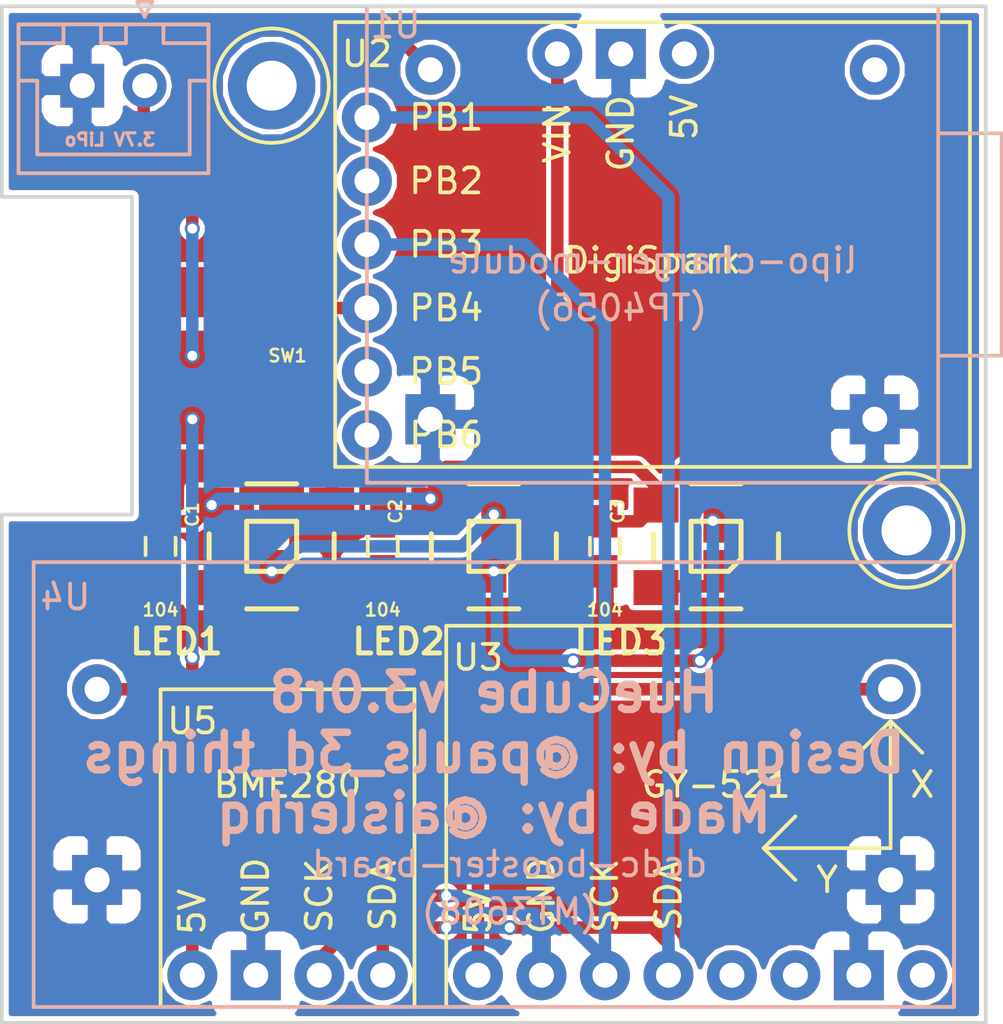
<source format=kicad_pcb>
(kicad_pcb (version 4) (host pcbnew 4.0.7)

  (general
    (links 57)
    (no_connects 0)
    (area 124.384999 88.87 164.740001 130.885001)
    (thickness 1.6)
    (drawings 19)
    (tracks 111)
    (zones 0)
    (modules 15)
    (nets 12)
  )

  (page A4)
  (layers
    (0 F.Cu signal)
    (31 B.Cu signal)
    (32 B.Adhes user)
    (33 F.Adhes user)
    (34 B.Paste user)
    (35 F.Paste user)
    (36 B.SilkS user)
    (37 F.SilkS user)
    (38 B.Mask user)
    (39 F.Mask user)
    (40 Dwgs.User user)
    (41 Cmts.User user)
    (42 Eco1.User user)
    (43 Eco2.User user)
    (44 Edge.Cuts user)
    (45 Margin user)
    (46 B.CrtYd user)
    (47 F.CrtYd user)
    (48 B.Fab user)
    (49 F.Fab user)
  )

  (setup
    (last_trace_width 0.5)
    (trace_clearance 0.2)
    (zone_clearance 0.2)
    (zone_45_only no)
    (trace_min 0.2)
    (segment_width 0.2)
    (edge_width 0.15)
    (via_size 0.6)
    (via_drill 0.4)
    (via_min_size 0.4)
    (via_min_drill 0.3)
    (uvia_size 0.3)
    (uvia_drill 0.1)
    (uvias_allowed no)
    (uvia_min_size 0.2)
    (uvia_min_drill 0.1)
    (pcb_text_width 0.3)
    (pcb_text_size 1.5 1.5)
    (mod_edge_width 0.15)
    (mod_text_size 1 1)
    (mod_text_width 0.15)
    (pad_size 1.75 1.75)
    (pad_drill 1)
    (pad_to_mask_clearance 0)
    (aux_axis_origin 0 0)
    (visible_elements FFFFFF7F)
    (pcbplotparams
      (layerselection 0x3ffff_80000001)
      (usegerberextensions false)
      (excludeedgelayer true)
      (linewidth 1.000000)
      (plotframeref false)
      (viasonmask false)
      (mode 1)
      (useauxorigin false)
      (hpglpennumber 1)
      (hpglpenspeed 20)
      (hpglpendiameter 15)
      (hpglpenoverlay 2)
      (psnegative false)
      (psa4output false)
      (plotreference true)
      (plotvalue true)
      (plotinvisibletext false)
      (padsonsilk false)
      (subtractmaskfromsilk false)
      (outputformat 1)
      (mirror false)
      (drillshape 0)
      (scaleselection 1)
      (outputdirectory out))
  )

  (net 0 "")
  (net 1 /5V)
  (net 2 /GND)
  (net 3 /LED_DATA)
  (net 4 /SDA)
  (net 5 /SCK)
  (net 6 "Net-(SW1-Pad1)")
  (net 7 "Net-(SW1-Pad3)")
  (net 8 "Net-(LED1-Pad2)")
  (net 9 "Net-(LED3-Pad2)")
  (net 10 "Net-(LED2-Pad2)")
  (net 11 "Net-(J1-Pad1)")

  (net_class Default "This is the default net class."
    (clearance 0.2)
    (trace_width 0.5)
    (via_dia 0.6)
    (via_drill 0.4)
    (uvia_dia 0.3)
    (uvia_drill 0.1)
    (add_net /5V)
    (add_net /GND)
    (add_net /LED_DATA)
    (add_net /SCK)
    (add_net /SDA)
    (add_net "Net-(J1-Pad1)")
    (add_net "Net-(LED1-Pad2)")
    (add_net "Net-(LED2-Pad2)")
    (add_net "Net-(LED3-Pad2)")
    (add_net "Net-(SW1-Pad1)")
    (add_net "Net-(SW1-Pad3)")
  )

  (module Connectors:1pin (layer F.Cu) (tedit 5B328E3C) (tstamp 5B3B8161)
    (at 160.655 111.125)
    (descr "module 1 pin (ou trou mecanique de percage)")
    (tags DEV)
    (fp_text reference REF** (at 0 -3.048) (layer F.SilkS) hide
      (effects (font (size 1 1) (thickness 0.15)))
    )
    (fp_text value 1pin (at 0 2.794) (layer F.Fab) hide
      (effects (font (size 1 1) (thickness 0.15)))
    )
    (fp_circle (center 0 0) (end 0 -2.286) (layer F.SilkS) (width 0.15))
    (pad "" np_thru_hole circle (at 0 0) (size 3.5 3.5) (drill 2) (layers *.Cu *.Mask))
  )

  (module Lib_Uvwxy:lipo-charger-board (layer B.Cu) (tedit 5B5D98C9) (tstamp 5B3F0D73)
    (at 161.925 95.25 180)
    (path /5B1BA551)
    (fp_text reference U1 (at 21.717 4.318 180) (layer B.SilkS)
      (effects (font (size 1 1) (thickness 0.15)) (justify mirror))
    )
    (fp_text value lipo-charger-module (at 11.43 -5.08 180) (layer B.SilkS)
      (effects (font (size 1 1) (thickness 0.15)) (justify mirror))
    )
    (fp_line (start 0 0) (end -2.54 0) (layer B.SilkS) (width 0.15))
    (fp_line (start -2.54 0) (end -2.54 -8.89) (layer B.SilkS) (width 0.15))
    (fp_line (start -2.54 -8.89) (end 0 -8.89) (layer B.SilkS) (width 0.15))
    (fp_line (start 0 5.08) (end 22.86 5.08) (layer B.SilkS) (width 0.15))
    (fp_line (start 22.86 5.08) (end 22.86 -13.97) (layer B.SilkS) (width 0.15))
    (fp_line (start 22.86 -13.97) (end 0 -13.97) (layer B.SilkS) (width 0.15))
    (fp_line (start 0 -13.97) (end 0 5.08) (layer B.SilkS) (width 0.15))
    (pad 1 thru_hole circle (at 2.54 2.54 180) (size 2 2) (drill 1) (layers *.Cu *.Mask))
    (pad 4 thru_hole circle (at 20.32 2.54 180) (size 2 2) (drill 1) (layers *.Cu *.Mask)
      (net 6 "Net-(SW1-Pad1)"))
    (pad 2 thru_hole rect (at 2.54 -11.43 180) (size 2 2) (drill 1) (layers *.Cu *.Mask)
      (net 2 /GND))
    (pad 3 thru_hole rect (at 20.32 -11.43 180) (size 2 2) (drill 1) (layers *.Cu *.Mask)
      (net 2 /GND))
  )

  (module Lib_Uvwxy:dcdc-booster-board (layer B.Cu) (tedit 5B5D9904) (tstamp 5B3F0D8E)
    (at 144.78 121.285)
    (path /5B1BA4DE)
    (fp_text reference U4 (at -17.78 -7.493) (layer B.SilkS)
      (effects (font (size 1 1) (thickness 0.15)) (justify mirror))
    )
    (fp_text value dcdc-booster-board (at 0 3.175) (layer B.SilkS)
      (effects (font (size 1 1) (thickness 0.15)) (justify mirror))
    )
    (fp_line (start 17.78 8.89) (end 17.78 -8.89) (layer B.SilkS) (width 0.15))
    (fp_line (start -19.05 8.89) (end -19.05 -8.89) (layer B.SilkS) (width 0.15))
    (fp_line (start 17.78 8.89) (end 0 8.89) (layer B.SilkS) (width 0.15))
    (fp_line (start 0 8.89) (end -19.05 8.89) (layer B.SilkS) (width 0.15))
    (fp_line (start -19.05 -8.89) (end 0 -8.89) (layer B.SilkS) (width 0.15))
    (fp_line (start 0 -8.89) (end 17.78 -8.89) (layer B.SilkS) (width 0.15))
    (pad 1 thru_hole rect (at -16.51 3.81) (size 2 2) (drill 1) (layers *.Cu *.Mask)
      (net 2 /GND))
    (pad 2 thru_hole circle (at -16.51 -3.81) (size 2 2) (drill 1) (layers *.Cu *.Mask)
      (net 7 "Net-(SW1-Pad3)"))
    (pad 4 thru_hole rect (at 15.24 3.81) (size 2 2) (drill 1) (layers *.Cu *.Mask)
      (net 2 /GND))
    (pad 3 thru_hole circle (at 15.24 -3.81) (size 2 2) (drill 1) (layers *.Cu *.Mask)
      (net 1 /5V))
  )

  (module Lib_Uvwxy:GY-521 (layer F.Cu) (tedit 5B351590) (tstamp 5B1B8349)
    (at 142.24 130.175)
    (path /5B1B71D2)
    (fp_text reference U3 (at 1.27 -13.97) (layer F.SilkS)
      (effects (font (size 1 1) (thickness 0.15)))
    )
    (fp_text value GY-521 (at 10.795 -8.89) (layer F.SilkS)
      (effects (font (size 1 1) (thickness 0.15)))
    )
    (fp_line (start 0 -15.24) (end 20.32 -15.24) (layer F.SilkS) (width 0.15))
    (fp_line (start 20.32 -15.24) (end 20.32 0) (layer F.SilkS) (width 0.15))
    (fp_line (start 20.32 0) (end 0 0) (layer F.SilkS) (width 0.15))
    (fp_line (start 0 0) (end 0 -15.24) (layer F.SilkS) (width 0.15))
    (fp_line (start 13.97 -7.62) (end 12.7 -6.35) (layer F.SilkS) (width 0.15))
    (fp_line (start 12.7 -6.35) (end 13.97 -5.08) (layer F.SilkS) (width 0.15))
    (fp_line (start 17.78 -6.35) (end 12.7 -6.35) (layer F.SilkS) (width 0.15))
    (fp_line (start 17.78 -11.43) (end 17.78 -6.35) (layer F.SilkS) (width 0.15))
    (fp_line (start 16.51 -10.16) (end 17.78 -11.43) (layer F.SilkS) (width 0.15))
    (fp_line (start 17.78 -11.43) (end 19.05 -10.16) (layer F.SilkS) (width 0.15))
    (fp_text user Y (at 15.24 -5.08 180) (layer F.SilkS)
      (effects (font (size 1 1) (thickness 0.15)))
    )
    (fp_text user X (at 19.05 -8.89 180) (layer F.SilkS)
      (effects (font (size 1 1) (thickness 0.15)))
    )
    (pad 1 thru_hole circle (at 1.27 -1.27) (size 2 2) (drill 1) (layers *.Cu *.Mask)
      (net 1 /5V))
    (pad 2 thru_hole oval (at 3.81 -1.27) (size 2 2) (drill 1) (layers *.Cu *.Mask)
      (net 2 /GND))
    (pad 3 thru_hole circle (at 6.35 -1.27) (size 2 2) (drill 1) (layers *.Cu *.Mask)
      (net 5 /SCK))
    (pad 4 thru_hole circle (at 8.89 -1.27) (size 2 2) (drill 1) (layers *.Cu *.Mask)
      (net 4 /SDA))
    (pad 5 thru_hole circle (at 11.43 -1.27) (size 2 2) (drill 1) (layers *.Cu *.Mask))
    (pad 6 thru_hole circle (at 13.97 -1.27) (size 2 2) (drill 1) (layers *.Cu *.Mask))
    (pad 7 thru_hole rect (at 16.51 -1.27) (size 2 2) (drill 1) (layers *.Cu *.Mask)
      (net 2 /GND))
    (pad 8 thru_hole circle (at 19.05 -1.27) (size 2 2) (drill 1) (layers *.Cu *.Mask))
  )

  (module Lib_Uvwxy:DigiSpark (layer F.Cu) (tedit 5B326827) (tstamp 5B1B8331)
    (at 149.225 95.885 270)
    (path /5B1B7131)
    (fp_text reference U2 (at -3.81 10.16 360) (layer F.SilkS)
      (effects (font (size 1 1) (thickness 0.15)))
    )
    (fp_text value DigiSpark (at 4.445 -1.27 360) (layer F.SilkS)
      (effects (font (size 1 1) (thickness 0.15)))
    )
    (fp_text user PB6 (at 11.43 6.985 360) (layer F.SilkS)
      (effects (font (size 1 1) (thickness 0.15)))
    )
    (fp_text user PB5 (at 8.89 6.985 360) (layer F.SilkS)
      (effects (font (size 1 1) (thickness 0.15)))
    )
    (fp_text user PB4 (at 6.35 6.985 360) (layer F.SilkS)
      (effects (font (size 1 1) (thickness 0.15)))
    )
    (fp_text user PB3 (at 3.81 6.985 360) (layer F.SilkS)
      (effects (font (size 1 1) (thickness 0.15)))
    )
    (fp_text user PB2 (at 1.27 6.985 360) (layer F.SilkS)
      (effects (font (size 1 1) (thickness 0.15)))
    )
    (fp_text user PB1 (at -1.27 6.985 360) (layer F.SilkS)
      (effects (font (size 1 1) (thickness 0.15)))
    )
    (fp_text user VIN (at -0.635 2.54 270) (layer F.SilkS)
      (effects (font (size 1 1) (thickness 0.15)))
    )
    (fp_text user GND (at -0.635 0 270) (layer F.SilkS)
      (effects (font (size 1 1) (thickness 0.15)))
    )
    (fp_text user 5V (at -1.27 -2.54 270) (layer F.SilkS)
      (effects (font (size 1 1) (thickness 0.15)))
    )
    (fp_line (start -5.08 -13.97) (end 12.7 -13.97) (layer F.SilkS) (width 0.15))
    (fp_line (start 12.7 -13.97) (end 12.7 11.43) (layer F.SilkS) (width 0.15))
    (fp_line (start 12.7 11.43) (end -5.08 11.43) (layer F.SilkS) (width 0.15))
    (fp_line (start -5.08 11.43) (end -5.08 -13.97) (layer F.SilkS) (width 0.15))
    (pad 1 thru_hole circle (at -3.81 -2.54 270) (size 2 2) (drill 1) (layers *.Cu *.Mask))
    (pad 2 thru_hole rect (at -3.81 0 270) (size 2 2) (drill 1) (layers *.Cu *.Mask)
      (net 2 /GND))
    (pad 3 thru_hole circle (at -3.81 2.54 270) (size 2 2) (drill 1) (layers *.Cu *.Mask)
      (net 1 /5V))
    (pad 4 thru_hole circle (at -1.27 10.16 270) (size 2 2) (drill 1) (layers *.Cu *.Mask)
      (net 4 /SDA))
    (pad 5 thru_hole circle (at 1.27 10.16 270) (size 2 2) (drill 1) (layers *.Cu *.Mask))
    (pad 6 thru_hole circle (at 3.81 10.16 270) (size 2 2) (drill 1) (layers *.Cu *.Mask)
      (net 5 /SCK))
    (pad 7 thru_hole circle (at 6.35 10.16 270) (size 2 2) (drill 1) (layers *.Cu *.Mask)
      (net 3 /LED_DATA))
    (pad 8 thru_hole circle (at 8.89 10.16 270) (size 2 2) (drill 1) (layers *.Cu *.Mask))
    (pad 9 thru_hole circle (at 11.43 10.16 270) (size 2 2) (drill 1) (layers *.Cu *.Mask))
  )

  (module Connectors_JST:JST_XH_B02B-XH-A_02x2.50mm_Straight (layer B.Cu) (tedit 5B5D97D1) (tstamp 5B1B82D7)
    (at 130.175 93.345 180)
    (descr "JST XH series connector, B02B-XH-A, top entry type, through hole")
    (tags "connector jst xh tht top vertical 2.50mm")
    (path /5B1B7767)
    (fp_text reference J1 (at 3 3.5 180) (layer B.SilkS) hide
      (effects (font (size 1 1) (thickness 0.15)) (justify mirror))
    )
    (fp_text value "3.7V LiPo" (at 1.397 -2.159 180) (layer B.SilkS)
      (effects (font (size 0.5 0.5) (thickness 0.125)) (justify mirror))
    )
    (fp_line (start -2.95 2.85) (end -2.95 -3.9) (layer B.CrtYd) (width 0.05))
    (fp_line (start -2.95 -3.9) (end 5.45 -3.9) (layer B.CrtYd) (width 0.05))
    (fp_line (start 5.45 -3.9) (end 5.45 2.85) (layer B.CrtYd) (width 0.05))
    (fp_line (start 5.45 2.85) (end -2.95 2.85) (layer B.CrtYd) (width 0.05))
    (fp_line (start -2.55 2.45) (end -2.55 -3.5) (layer B.SilkS) (width 0.15))
    (fp_line (start -2.55 -3.5) (end 5.05 -3.5) (layer B.SilkS) (width 0.15))
    (fp_line (start 5.05 -3.5) (end 5.05 2.45) (layer B.SilkS) (width 0.15))
    (fp_line (start 5.05 2.45) (end -2.55 2.45) (layer B.SilkS) (width 0.15))
    (fp_line (start 0.75 2.45) (end 0.75 1.7) (layer B.SilkS) (width 0.15))
    (fp_line (start 0.75 1.7) (end 1.75 1.7) (layer B.SilkS) (width 0.15))
    (fp_line (start 1.75 1.7) (end 1.75 2.45) (layer B.SilkS) (width 0.15))
    (fp_line (start 1.75 2.45) (end 0.75 2.45) (layer B.SilkS) (width 0.15))
    (fp_line (start -2.55 2.45) (end -2.55 1.7) (layer B.SilkS) (width 0.15))
    (fp_line (start -2.55 1.7) (end -0.75 1.7) (layer B.SilkS) (width 0.15))
    (fp_line (start -0.75 1.7) (end -0.75 2.45) (layer B.SilkS) (width 0.15))
    (fp_line (start -0.75 2.45) (end -2.55 2.45) (layer B.SilkS) (width 0.15))
    (fp_line (start 3.25 2.45) (end 3.25 1.7) (layer B.SilkS) (width 0.15))
    (fp_line (start 3.25 1.7) (end 5.05 1.7) (layer B.SilkS) (width 0.15))
    (fp_line (start 5.05 1.7) (end 5.05 2.45) (layer B.SilkS) (width 0.15))
    (fp_line (start 5.05 2.45) (end 3.25 2.45) (layer B.SilkS) (width 0.15))
    (fp_line (start -2.55 0.2) (end -1.8 0.2) (layer B.SilkS) (width 0.15))
    (fp_line (start -1.8 0.2) (end -1.8 -2.75) (layer B.SilkS) (width 0.15))
    (fp_line (start -1.8 -2.75) (end 1.25 -2.75) (layer B.SilkS) (width 0.15))
    (fp_line (start 5.05 0.2) (end 4.3 0.2) (layer B.SilkS) (width 0.15))
    (fp_line (start 4.3 0.2) (end 4.3 -2.75) (layer B.SilkS) (width 0.15))
    (fp_line (start 4.3 -2.75) (end 1.25 -2.75) (layer B.SilkS) (width 0.15))
    (fp_line (start 0 2.75) (end -0.3 3.35) (layer B.SilkS) (width 0.15))
    (fp_line (start -0.3 3.35) (end 0.3 3.35) (layer B.SilkS) (width 0.15))
    (fp_line (start 0.3 3.35) (end 0 2.75) (layer B.SilkS) (width 0.15))
    (pad 1 thru_hole oval (at 0 0 180) (size 1.75 1.75) (drill 1) (layers *.Cu *.Mask)
      (net 11 "Net-(J1-Pad1)"))
    (pad 2 thru_hole rect (at 2.5 0 180) (size 1.75 1.75) (drill 1) (layers *.Cu *.Mask)
      (net 2 /GND))
    (model Connectors_JST.3dshapes/JST_XH_B02B-XH-A_02x2.50mm_Straight.wrl
      (at (xyz 0 0 0))
      (scale (xyz 1 1 1))
      (rotate (xyz 0 0 0))
    )
  )

  (module Lib_Uvwxy:C_0603_HandSoldering_narrow (layer F.Cu) (tedit 5B1D79BA) (tstamp 5B1B8F0C)
    (at 130.81 111.76 270)
    (descr "Capacitor SMD 0603, hand soldering")
    (tags "capacitor 0603")
    (path /5B1B799A)
    (attr smd)
    (fp_text reference C1 (at -1.27 -1.27 270) (layer F.SilkS)
      (effects (font (size 0.5 0.5) (thickness 0.1)))
    )
    (fp_text value 104 (at 2.54 0 360) (layer F.SilkS)
      (effects (font (size 0.5 0.5) (thickness 0.1)))
    )
    (fp_line (start -0.8 0.4) (end -0.8 -0.4) (layer F.Fab) (width 0.15))
    (fp_line (start 0.8 0.4) (end -0.8 0.4) (layer F.Fab) (width 0.15))
    (fp_line (start 0.8 -0.4) (end 0.8 0.4) (layer F.Fab) (width 0.15))
    (fp_line (start -0.8 -0.4) (end 0.8 -0.4) (layer F.Fab) (width 0.15))
    (fp_line (start -1.85 -0.75) (end 1.85 -0.75) (layer F.CrtYd) (width 0.05))
    (fp_line (start -1.85 0.75) (end 1.85 0.75) (layer F.CrtYd) (width 0.05))
    (fp_line (start -1.85 -0.75) (end -1.85 0.75) (layer F.CrtYd) (width 0.05))
    (fp_line (start 1.85 -0.75) (end 1.85 0.75) (layer F.CrtYd) (width 0.05))
    (fp_line (start -0.35 -0.6) (end 0.35 -0.6) (layer F.SilkS) (width 0.15))
    (fp_line (start 0.35 0.6) (end -0.35 0.6) (layer F.SilkS) (width 0.15))
    (pad 1 smd rect (at -1 0 270) (size 1.3 1) (layers F.Cu F.Paste F.Mask)
      (net 1 /5V))
    (pad 2 smd rect (at 1 0 270) (size 1.3 1) (layers F.Cu F.Paste F.Mask)
      (net 2 /GND))
    (model Capacitors_SMD.3dshapes/C_0603_HandSoldering.wrl
      (at (xyz 0 0 0))
      (scale (xyz 1 1 1))
      (rotate (xyz 0 0 0))
    )
  )

  (module Lib_Uvwxy:flat-switch-2.54mm-smd (layer F.Cu) (tedit 5A802B3C) (tstamp 5B1B94B2)
    (at 130.81 106.68)
    (path /5B1B7F90)
    (fp_text reference SW1 (at 5.08 -2.54) (layer F.SilkS)
      (effects (font (size 0.5 0.5) (thickness 0.1)))
    )
    (fp_text value SW_DPDT_x2 (at 2.54 1.524) (layer F.Fab)
      (effects (font (size 0.5 0.5) (thickness 0.1)))
    )
    (pad 1 smd rect (at 2.54 -5.08) (size 6 2) (layers F.Cu F.Paste F.Mask)
      (net 6 "Net-(SW1-Pad1)"))
    (pad 2 smd rect (at 2.54 -2.54) (size 6 2) (layers F.Cu F.Paste F.Mask)
      (net 11 "Net-(J1-Pad1)"))
    (pad 3 smd rect (at 2.54 0) (size 6 2) (layers F.Cu F.Paste F.Mask)
      (net 7 "Net-(SW1-Pad3)"))
  )

  (module Lib_Uvwxy:BME280 (layer F.Cu) (tedit 5B313917) (tstamp 5B1BC1B7)
    (at 130.81 130.175)
    (path /5B1BC17C)
    (fp_text reference U5 (at 1.27 -11.43) (layer F.SilkS)
      (effects (font (size 1 1) (thickness 0.15)))
    )
    (fp_text value BME280 (at 5.08 -8.89) (layer F.SilkS)
      (effects (font (size 1 1) (thickness 0.15)))
    )
    (fp_line (start 0 -12.7) (end 10.16 -12.7) (layer F.SilkS) (width 0.15))
    (fp_line (start 10.16 -12.7) (end 10.16 0) (layer F.SilkS) (width 0.15))
    (fp_line (start 10.16 0) (end 0 0) (layer F.SilkS) (width 0.15))
    (fp_line (start 0 0) (end 0 -12.7) (layer F.SilkS) (width 0.15))
    (pad 1 thru_hole circle (at 1.27 -1.27) (size 2 2) (drill 1) (layers *.Cu *.Mask)
      (net 1 /5V))
    (pad 2 thru_hole rect (at 3.81 -1.27) (size 2 2) (drill 1) (layers *.Cu *.Mask)
      (net 2 /GND))
    (pad 3 thru_hole circle (at 6.35 -1.27) (size 2 2) (drill 1) (layers *.Cu *.Mask)
      (net 5 /SCK))
    (pad 4 thru_hole circle (at 8.89 -1.27) (size 2 2) (drill 1) (layers *.Cu *.Mask)
      (net 4 /SDA))
  )

  (module Lib_Uvwxy:C_0603_HandSoldering_narrow (layer F.Cu) (tedit 5B1D79C0) (tstamp 5B1D51EE)
    (at 139.7 111.76 270)
    (descr "Capacitor SMD 0603, hand soldering")
    (tags "capacitor 0603")
    (path /5B1D569A)
    (attr smd)
    (fp_text reference C2 (at -1.397 -0.508 270) (layer F.SilkS)
      (effects (font (size 0.5 0.5) (thickness 0.1)))
    )
    (fp_text value 104 (at 2.54 0 360) (layer F.SilkS)
      (effects (font (size 0.5 0.5) (thickness 0.1)))
    )
    (fp_line (start -0.8 0.4) (end -0.8 -0.4) (layer F.Fab) (width 0.15))
    (fp_line (start 0.8 0.4) (end -0.8 0.4) (layer F.Fab) (width 0.15))
    (fp_line (start 0.8 -0.4) (end 0.8 0.4) (layer F.Fab) (width 0.15))
    (fp_line (start -0.8 -0.4) (end 0.8 -0.4) (layer F.Fab) (width 0.15))
    (fp_line (start -1.85 -0.75) (end 1.85 -0.75) (layer F.CrtYd) (width 0.05))
    (fp_line (start -1.85 0.75) (end 1.85 0.75) (layer F.CrtYd) (width 0.05))
    (fp_line (start -1.85 -0.75) (end -1.85 0.75) (layer F.CrtYd) (width 0.05))
    (fp_line (start 1.85 -0.75) (end 1.85 0.75) (layer F.CrtYd) (width 0.05))
    (fp_line (start -0.35 -0.6) (end 0.35 -0.6) (layer F.SilkS) (width 0.15))
    (fp_line (start 0.35 0.6) (end -0.35 0.6) (layer F.SilkS) (width 0.15))
    (pad 1 smd rect (at -1 0 270) (size 1.3 1) (layers F.Cu F.Paste F.Mask)
      (net 1 /5V))
    (pad 2 smd rect (at 1 0 270) (size 1.3 1) (layers F.Cu F.Paste F.Mask)
      (net 2 /GND))
    (model Capacitors_SMD.3dshapes/C_0603_HandSoldering.wrl
      (at (xyz 0 0 0))
      (scale (xyz 1 1 1))
      (rotate (xyz 0 0 0))
    )
  )

  (module Lib_Uvwxy:C_0603_HandSoldering_narrow (layer F.Cu) (tedit 5B1D79CF) (tstamp 5B1D51F4)
    (at 148.59 111.76 270)
    (descr "Capacitor SMD 0603, hand soldering")
    (tags "capacitor 0603")
    (path /5B1D5700)
    (attr smd)
    (fp_text reference C3 (at -1.397 -0.508 270) (layer F.SilkS)
      (effects (font (size 0.5 0.5) (thickness 0.1)))
    )
    (fp_text value 104 (at 2.54 0 360) (layer F.SilkS)
      (effects (font (size 0.5 0.5) (thickness 0.1)))
    )
    (fp_line (start -0.8 0.4) (end -0.8 -0.4) (layer F.Fab) (width 0.15))
    (fp_line (start 0.8 0.4) (end -0.8 0.4) (layer F.Fab) (width 0.15))
    (fp_line (start 0.8 -0.4) (end 0.8 0.4) (layer F.Fab) (width 0.15))
    (fp_line (start -0.8 -0.4) (end 0.8 -0.4) (layer F.Fab) (width 0.15))
    (fp_line (start -1.85 -0.75) (end 1.85 -0.75) (layer F.CrtYd) (width 0.05))
    (fp_line (start -1.85 0.75) (end 1.85 0.75) (layer F.CrtYd) (width 0.05))
    (fp_line (start -1.85 -0.75) (end -1.85 0.75) (layer F.CrtYd) (width 0.05))
    (fp_line (start 1.85 -0.75) (end 1.85 0.75) (layer F.CrtYd) (width 0.05))
    (fp_line (start -0.35 -0.6) (end 0.35 -0.6) (layer F.SilkS) (width 0.15))
    (fp_line (start 0.35 0.6) (end -0.35 0.6) (layer F.SilkS) (width 0.15))
    (pad 1 smd rect (at -1 0 270) (size 1.3 1) (layers F.Cu F.Paste F.Mask)
      (net 1 /5V))
    (pad 2 smd rect (at 1 0 270) (size 1.3 1) (layers F.Cu F.Paste F.Mask)
      (net 2 /GND))
    (model Capacitors_SMD.3dshapes/C_0603_HandSoldering.wrl
      (at (xyz 0 0 0))
      (scale (xyz 1 1 1))
      (rotate (xyz 0 0 0))
    )
  )

  (module Lib_Uvwxy:WS2812B_data-bridgeable (layer F.Cu) (tedit 5B1D7992) (tstamp 5B1D51F5)
    (at 135.255 111.76 90)
    (path /5B1B714F)
    (fp_text reference LED1 (at -3.81 -3.81 180) (layer F.SilkS)
      (effects (font (size 1 1) (thickness 0.2)))
    )
    (fp_text value WS2812B (at 0 4.8 90) (layer F.SilkS) hide
      (effects (font (size 1 1) (thickness 0.2)))
    )
    (fp_line (start -1 -1) (end 1 -1) (layer F.SilkS) (width 0.2))
    (fp_line (start 1 -1) (end 1 1) (layer F.SilkS) (width 0.2))
    (fp_line (start 1 1) (end -0.5 1) (layer F.SilkS) (width 0.2))
    (fp_line (start -0.5 1) (end -1 0.5) (layer F.SilkS) (width 0.2))
    (fp_line (start -1 0.5) (end -1 -1) (layer F.SilkS) (width 0.2))
    (fp_line (start -2.5 -1) (end -2.5 1) (layer F.SilkS) (width 0.2))
    (fp_line (start -0.5 2.5) (end 0.5 2.5) (layer F.SilkS) (width 0.2))
    (fp_line (start 2.5 -1) (end 2.5 1) (layer F.SilkS) (width 0.2))
    (fp_line (start -0.5 -2.5) (end 0.5 -2.5) (layer F.SilkS) (width 0.2))
    (fp_line (start 2.1 2.5) (end 2.5 2.5) (layer Dwgs.User) (width 0.2))
    (fp_line (start -1.2 2.5) (end 1.2 2.5) (layer Dwgs.User) (width 0.2))
    (fp_line (start -2.5 2.5) (end -2.1 2.5) (layer Dwgs.User) (width 0.2))
    (fp_line (start 2.1 -2.5) (end 2.5 -2.5) (layer Dwgs.User) (width 0.2))
    (fp_line (start -1.2 -2.5) (end 1.2 -2.5) (layer Dwgs.User) (width 0.2))
    (fp_line (start -2.5 -2.5) (end -2.1 -2.5) (layer Dwgs.User) (width 0.2))
    (fp_line (start -2.1 -2.7) (end -1.2 -2.7) (layer Dwgs.User) (width 0.2))
    (fp_line (start -1.2 -2.7) (end -1.2 -1.8) (layer Dwgs.User) (width 0.2))
    (fp_line (start -1.2 -1.8) (end -2.1 -1.8) (layer Dwgs.User) (width 0.2))
    (fp_line (start -2.1 -1.8) (end -2.1 -2.7) (layer Dwgs.User) (width 0.2))
    (fp_line (start 2.1 -2.7) (end 1.2 -2.7) (layer Dwgs.User) (width 0.2))
    (fp_line (start 1.2 -2.7) (end 1.2 -1.8) (layer Dwgs.User) (width 0.2))
    (fp_line (start 1.2 -1.8) (end 2.1 -1.8) (layer Dwgs.User) (width 0.2))
    (fp_line (start 2.1 -1.8) (end 2.1 -2.7) (layer Dwgs.User) (width 0.2))
    (fp_line (start -2.1 2.7) (end -2.1 1.8) (layer Dwgs.User) (width 0.2))
    (fp_line (start -2.1 1.8) (end -1.2 1.8) (layer Dwgs.User) (width 0.2))
    (fp_line (start -1.2 1.8) (end -1.2 2.7) (layer Dwgs.User) (width 0.2))
    (fp_line (start -1.2 2.7) (end -2.1 2.7) (layer Dwgs.User) (width 0.2))
    (fp_line (start 1.2 2.7) (end 1.2 1.8) (layer Dwgs.User) (width 0.2))
    (fp_line (start 1.2 1.8) (end 2.1 1.8) (layer Dwgs.User) (width 0.2))
    (fp_line (start 2.1 1.8) (end 2.1 2.7) (layer Dwgs.User) (width 0.2))
    (fp_line (start 2.1 2.7) (end 1.2 2.7) (layer Dwgs.User) (width 0.2))
    (fp_line (start 2.5 -2.5) (end 2.5 2.5) (layer Dwgs.User) (width 0.2))
    (fp_line (start -2.49936 2.49936) (end -2.49936 -2.49936) (layer Dwgs.User) (width 0.2))
    (pad 1 smd rect (at 1.65 -2.4 90) (size 1.4 1.8) (layers F.Cu F.Paste F.Mask)
      (net 1 /5V))
    (pad 2 smd rect (at -1.65 -2.4 90) (size 1.4 1.8) (layers F.Cu F.Paste F.Mask)
      (net 8 "Net-(LED1-Pad2)"))
    (pad 3 smd rect (at -1.65 2.4 90) (size 1.4 1.8) (layers F.Cu F.Paste F.Mask)
      (net 2 /GND))
    (pad 4 smd rect (at 1.65 2.4 90) (size 1.4 1.8) (layers F.Cu F.Paste F.Mask)
      (net 3 /LED_DATA))
    (pad 4 smd rect (at 1.6 1 90) (size 0.5 3) (layers F.Cu)
      (net 3 /LED_DATA))
    (pad 2 smd rect (at -1 0 90) (size 1.7 1) (layers F.Cu)
      (net 8 "Net-(LED1-Pad2)"))
    (pad 4 smd rect (at 1 0 90) (size 1.7 1) (layers F.Cu)
      (net 3 /LED_DATA))
    (pad 2 smd rect (at -1.6 -1 90) (size 0.5 3) (layers F.Cu)
      (net 8 "Net-(LED1-Pad2)"))
    (pad 4 smd rect (at 0.4 0 90) (size 0.5 1) (layers F.Cu F.Mask)
      (net 3 /LED_DATA))
    (pad 2 smd rect (at -0.4 0 90) (size 0.5 1) (layers F.Cu F.Mask)
      (net 8 "Net-(LED1-Pad2)"))
    (pad 2 smd rect (at -1.6 -0.3 90) (size 0.5 1.6) (layers F.Cu)
      (net 8 "Net-(LED1-Pad2)"))
    (pad 4 smd rect (at 1.6 0.3 90) (size 0.5 1.6) (layers F.Cu)
      (net 3 /LED_DATA))
  )

  (module Lib_Uvwxy:WS2812B_data-bridgeable (layer F.Cu) (tedit 5B1D7986) (tstamp 5B1D5213)
    (at 144.145 111.76 90)
    (path /5B1D568E)
    (fp_text reference LED2 (at -3.81 -3.81 180) (layer F.SilkS)
      (effects (font (size 1 1) (thickness 0.2)))
    )
    (fp_text value WS2812B (at 0 4.8 90) (layer F.SilkS) hide
      (effects (font (size 1 1) (thickness 0.2)))
    )
    (fp_line (start -1 -1) (end 1 -1) (layer F.SilkS) (width 0.2))
    (fp_line (start 1 -1) (end 1 1) (layer F.SilkS) (width 0.2))
    (fp_line (start 1 1) (end -0.5 1) (layer F.SilkS) (width 0.2))
    (fp_line (start -0.5 1) (end -1 0.5) (layer F.SilkS) (width 0.2))
    (fp_line (start -1 0.5) (end -1 -1) (layer F.SilkS) (width 0.2))
    (fp_line (start -2.5 -1) (end -2.5 1) (layer F.SilkS) (width 0.2))
    (fp_line (start -0.5 2.5) (end 0.5 2.5) (layer F.SilkS) (width 0.2))
    (fp_line (start 2.5 -1) (end 2.5 1) (layer F.SilkS) (width 0.2))
    (fp_line (start -0.5 -2.5) (end 0.5 -2.5) (layer F.SilkS) (width 0.2))
    (fp_line (start 2.1 2.5) (end 2.5 2.5) (layer Dwgs.User) (width 0.2))
    (fp_line (start -1.2 2.5) (end 1.2 2.5) (layer Dwgs.User) (width 0.2))
    (fp_line (start -2.5 2.5) (end -2.1 2.5) (layer Dwgs.User) (width 0.2))
    (fp_line (start 2.1 -2.5) (end 2.5 -2.5) (layer Dwgs.User) (width 0.2))
    (fp_line (start -1.2 -2.5) (end 1.2 -2.5) (layer Dwgs.User) (width 0.2))
    (fp_line (start -2.5 -2.5) (end -2.1 -2.5) (layer Dwgs.User) (width 0.2))
    (fp_line (start -2.1 -2.7) (end -1.2 -2.7) (layer Dwgs.User) (width 0.2))
    (fp_line (start -1.2 -2.7) (end -1.2 -1.8) (layer Dwgs.User) (width 0.2))
    (fp_line (start -1.2 -1.8) (end -2.1 -1.8) (layer Dwgs.User) (width 0.2))
    (fp_line (start -2.1 -1.8) (end -2.1 -2.7) (layer Dwgs.User) (width 0.2))
    (fp_line (start 2.1 -2.7) (end 1.2 -2.7) (layer Dwgs.User) (width 0.2))
    (fp_line (start 1.2 -2.7) (end 1.2 -1.8) (layer Dwgs.User) (width 0.2))
    (fp_line (start 1.2 -1.8) (end 2.1 -1.8) (layer Dwgs.User) (width 0.2))
    (fp_line (start 2.1 -1.8) (end 2.1 -2.7) (layer Dwgs.User) (width 0.2))
    (fp_line (start -2.1 2.7) (end -2.1 1.8) (layer Dwgs.User) (width 0.2))
    (fp_line (start -2.1 1.8) (end -1.2 1.8) (layer Dwgs.User) (width 0.2))
    (fp_line (start -1.2 1.8) (end -1.2 2.7) (layer Dwgs.User) (width 0.2))
    (fp_line (start -1.2 2.7) (end -2.1 2.7) (layer Dwgs.User) (width 0.2))
    (fp_line (start 1.2 2.7) (end 1.2 1.8) (layer Dwgs.User) (width 0.2))
    (fp_line (start 1.2 1.8) (end 2.1 1.8) (layer Dwgs.User) (width 0.2))
    (fp_line (start 2.1 1.8) (end 2.1 2.7) (layer Dwgs.User) (width 0.2))
    (fp_line (start 2.1 2.7) (end 1.2 2.7) (layer Dwgs.User) (width 0.2))
    (fp_line (start 2.5 -2.5) (end 2.5 2.5) (layer Dwgs.User) (width 0.2))
    (fp_line (start -2.49936 2.49936) (end -2.49936 -2.49936) (layer Dwgs.User) (width 0.2))
    (pad 1 smd rect (at 1.65 -2.4 90) (size 1.4 1.8) (layers F.Cu F.Paste F.Mask)
      (net 1 /5V))
    (pad 2 smd rect (at -1.65 -2.4 90) (size 1.4 1.8) (layers F.Cu F.Paste F.Mask)
      (net 10 "Net-(LED2-Pad2)"))
    (pad 3 smd rect (at -1.65 2.4 90) (size 1.4 1.8) (layers F.Cu F.Paste F.Mask)
      (net 2 /GND))
    (pad 4 smd rect (at 1.65 2.4 90) (size 1.4 1.8) (layers F.Cu F.Paste F.Mask)
      (net 8 "Net-(LED1-Pad2)"))
    (pad 4 smd rect (at 1.6 1 90) (size 0.5 3) (layers F.Cu)
      (net 8 "Net-(LED1-Pad2)"))
    (pad 2 smd rect (at -1 0 90) (size 1.7 1) (layers F.Cu)
      (net 10 "Net-(LED2-Pad2)"))
    (pad 4 smd rect (at 1 0 90) (size 1.7 1) (layers F.Cu)
      (net 8 "Net-(LED1-Pad2)"))
    (pad 2 smd rect (at -1.6 -1 90) (size 0.5 3) (layers F.Cu)
      (net 10 "Net-(LED2-Pad2)"))
    (pad 4 smd rect (at 0.4 0 90) (size 0.5 1) (layers F.Cu F.Mask)
      (net 8 "Net-(LED1-Pad2)"))
    (pad 2 smd rect (at -0.4 0 90) (size 0.5 1) (layers F.Cu F.Mask)
      (net 10 "Net-(LED2-Pad2)"))
    (pad 2 smd rect (at -1.6 -0.3 90) (size 0.5 1.6) (layers F.Cu)
      (net 10 "Net-(LED2-Pad2)"))
    (pad 4 smd rect (at 1.6 0.3 90) (size 0.5 1.6) (layers F.Cu)
      (net 8 "Net-(LED1-Pad2)"))
  )

  (module Lib_Uvwxy:WS2812B_data-bridgeable (layer F.Cu) (tedit 5B1D7996) (tstamp 5B1D5223)
    (at 153.035 111.76 90)
    (path /5B1D56F4)
    (fp_text reference LED3 (at -3.81 -3.81 180) (layer F.SilkS)
      (effects (font (size 1 1) (thickness 0.2)))
    )
    (fp_text value WS2812B (at 0 4.8 90) (layer F.SilkS) hide
      (effects (font (size 1 1) (thickness 0.2)))
    )
    (fp_line (start -1 -1) (end 1 -1) (layer F.SilkS) (width 0.2))
    (fp_line (start 1 -1) (end 1 1) (layer F.SilkS) (width 0.2))
    (fp_line (start 1 1) (end -0.5 1) (layer F.SilkS) (width 0.2))
    (fp_line (start -0.5 1) (end -1 0.5) (layer F.SilkS) (width 0.2))
    (fp_line (start -1 0.5) (end -1 -1) (layer F.SilkS) (width 0.2))
    (fp_line (start -2.5 -1) (end -2.5 1) (layer F.SilkS) (width 0.2))
    (fp_line (start -0.5 2.5) (end 0.5 2.5) (layer F.SilkS) (width 0.2))
    (fp_line (start 2.5 -1) (end 2.5 1) (layer F.SilkS) (width 0.2))
    (fp_line (start -0.5 -2.5) (end 0.5 -2.5) (layer F.SilkS) (width 0.2))
    (fp_line (start 2.1 2.5) (end 2.5 2.5) (layer Dwgs.User) (width 0.2))
    (fp_line (start -1.2 2.5) (end 1.2 2.5) (layer Dwgs.User) (width 0.2))
    (fp_line (start -2.5 2.5) (end -2.1 2.5) (layer Dwgs.User) (width 0.2))
    (fp_line (start 2.1 -2.5) (end 2.5 -2.5) (layer Dwgs.User) (width 0.2))
    (fp_line (start -1.2 -2.5) (end 1.2 -2.5) (layer Dwgs.User) (width 0.2))
    (fp_line (start -2.5 -2.5) (end -2.1 -2.5) (layer Dwgs.User) (width 0.2))
    (fp_line (start -2.1 -2.7) (end -1.2 -2.7) (layer Dwgs.User) (width 0.2))
    (fp_line (start -1.2 -2.7) (end -1.2 -1.8) (layer Dwgs.User) (width 0.2))
    (fp_line (start -1.2 -1.8) (end -2.1 -1.8) (layer Dwgs.User) (width 0.2))
    (fp_line (start -2.1 -1.8) (end -2.1 -2.7) (layer Dwgs.User) (width 0.2))
    (fp_line (start 2.1 -2.7) (end 1.2 -2.7) (layer Dwgs.User) (width 0.2))
    (fp_line (start 1.2 -2.7) (end 1.2 -1.8) (layer Dwgs.User) (width 0.2))
    (fp_line (start 1.2 -1.8) (end 2.1 -1.8) (layer Dwgs.User) (width 0.2))
    (fp_line (start 2.1 -1.8) (end 2.1 -2.7) (layer Dwgs.User) (width 0.2))
    (fp_line (start -2.1 2.7) (end -2.1 1.8) (layer Dwgs.User) (width 0.2))
    (fp_line (start -2.1 1.8) (end -1.2 1.8) (layer Dwgs.User) (width 0.2))
    (fp_line (start -1.2 1.8) (end -1.2 2.7) (layer Dwgs.User) (width 0.2))
    (fp_line (start -1.2 2.7) (end -2.1 2.7) (layer Dwgs.User) (width 0.2))
    (fp_line (start 1.2 2.7) (end 1.2 1.8) (layer Dwgs.User) (width 0.2))
    (fp_line (start 1.2 1.8) (end 2.1 1.8) (layer Dwgs.User) (width 0.2))
    (fp_line (start 2.1 1.8) (end 2.1 2.7) (layer Dwgs.User) (width 0.2))
    (fp_line (start 2.1 2.7) (end 1.2 2.7) (layer Dwgs.User) (width 0.2))
    (fp_line (start 2.5 -2.5) (end 2.5 2.5) (layer Dwgs.User) (width 0.2))
    (fp_line (start -2.49936 2.49936) (end -2.49936 -2.49936) (layer Dwgs.User) (width 0.2))
    (pad 1 smd rect (at 1.65 -2.4 90) (size 1.4 1.8) (layers F.Cu F.Paste F.Mask)
      (net 1 /5V))
    (pad 2 smd rect (at -1.65 -2.4 90) (size 1.4 1.8) (layers F.Cu F.Paste F.Mask)
      (net 9 "Net-(LED3-Pad2)"))
    (pad 3 smd rect (at -1.65 2.4 90) (size 1.4 1.8) (layers F.Cu F.Paste F.Mask)
      (net 2 /GND))
    (pad 4 smd rect (at 1.65 2.4 90) (size 1.4 1.8) (layers F.Cu F.Paste F.Mask)
      (net 10 "Net-(LED2-Pad2)"))
    (pad 4 smd rect (at 1.6 1 90) (size 0.5 3) (layers F.Cu)
      (net 10 "Net-(LED2-Pad2)"))
    (pad 2 smd rect (at -1 0 90) (size 1.7 1) (layers F.Cu)
      (net 9 "Net-(LED3-Pad2)"))
    (pad 4 smd rect (at 1 0 90) (size 1.7 1) (layers F.Cu)
      (net 10 "Net-(LED2-Pad2)"))
    (pad 2 smd rect (at -1.6 -1 90) (size 0.5 3) (layers F.Cu)
      (net 9 "Net-(LED3-Pad2)"))
    (pad 4 smd rect (at 0.4 0 90) (size 0.5 1) (layers F.Cu F.Mask)
      (net 10 "Net-(LED2-Pad2)"))
    (pad 2 smd rect (at -0.4 0 90) (size 0.5 1) (layers F.Cu F.Mask)
      (net 9 "Net-(LED3-Pad2)"))
    (pad 2 smd rect (at -1.6 -0.3 90) (size 0.5 1.6) (layers F.Cu)
      (net 9 "Net-(LED3-Pad2)"))
    (pad 4 smd rect (at 1.6 0.3 90) (size 0.5 1.6) (layers F.Cu)
      (net 10 "Net-(LED2-Pad2)"))
  )

  (module Connectors:1pin (layer F.Cu) (tedit 5B328E3C) (tstamp 5B3B8131)
    (at 135.255 93.345)
    (descr "module 1 pin (ou trou mecanique de percage)")
    (tags DEV)
    (fp_text reference REF** (at 0 -3.048) (layer F.SilkS) hide
      (effects (font (size 1 1) (thickness 0.15)))
    )
    (fp_text value 1pin (at 0 2.794) (layer F.Fab) hide
      (effects (font (size 1 1) (thickness 0.15)))
    )
    (fp_circle (center 0 0) (end 0 -2.286) (layer F.SilkS) (width 0.15))
    (pad "" np_thru_hole circle (at 0 0) (size 3.5 3.5) (drill 2) (layers *.Cu *.Mask))
  )

  (gr_text "(MT3608)" (at 144.78 126.365) (layer B.SilkS)
    (effects (font (size 1 1) (thickness 0.15)) (justify mirror))
  )
  (gr_text "(TP4056)" (at 149.225 102.235) (layer B.SilkS)
    (effects (font (size 1 1) (thickness 0.15)) (justify mirror))
  )
  (gr_text 5V (at 143.51 126.365 90) (layer F.SilkS)
    (effects (font (size 1 1) (thickness 0.15)))
  )
  (gr_text GND (at 146.05 125.73 90) (layer F.SilkS)
    (effects (font (size 1 1) (thickness 0.15)))
  )
  (gr_text SDA (at 151.13 125.73 90) (layer F.SilkS)
    (effects (font (size 1 1) (thickness 0.15)))
  )
  (gr_text SCK (at 148.59 125.73 90) (layer F.SilkS)
    (effects (font (size 1 1) (thickness 0.15)))
  )
  (gr_text SDA (at 139.7 125.73 90) (layer F.SilkS)
    (effects (font (size 1 1) (thickness 0.15)))
  )
  (gr_text SCK (at 137.16 125.73 90) (layer F.SilkS)
    (effects (font (size 1 1) (thickness 0.15)))
  )
  (gr_text GND (at 134.62 125.73 90) (layer F.SilkS)
    (effects (font (size 1 1) (thickness 0.15)))
  )
  (gr_text 5V (at 132.08 126.365 90) (layer F.SilkS)
    (effects (font (size 1 1) (thickness 0.15)))
  )
  (gr_line (start 124.46 97.79) (end 124.46 90.17) (angle 90) (layer Edge.Cuts) (width 0.15))
  (gr_line (start 129.667 97.79) (end 124.46 97.79) (angle 90) (layer Edge.Cuts) (width 0.15))
  (gr_line (start 129.667 110.49) (end 129.667 97.79) (angle 90) (layer Edge.Cuts) (width 0.15))
  (gr_line (start 124.46 110.49) (end 129.667 110.49) (angle 90) (layer Edge.Cuts) (width 0.15))
  (gr_line (start 124.46 130.81) (end 124.46 110.49) (angle 90) (layer Edge.Cuts) (width 0.15))
  (gr_line (start 163.83 130.81) (end 124.46 130.81) (angle 90) (layer Edge.Cuts) (width 0.15))
  (gr_line (start 163.83 90.17) (end 163.83 130.81) (angle 90) (layer Edge.Cuts) (width 0.15))
  (gr_line (start 124.46 90.17) (end 163.83 90.17) (angle 90) (layer Edge.Cuts) (width 0.15))
  (gr_text "HueCube v3.0r8\nDesign by: @pauls_3d_things\nMade by: @aislerhq" (at 144.145 120.015) (layer B.SilkS)
    (effects (font (size 1.5 1.5) (thickness 0.3)) (justify mirror))
  )

  (segment (start 146.685 92.075) (end 146.685 107.95) (width 0.5) (layer F.Cu) (net 1) (status 10))
  (segment (start 146.685 107.95) (end 147.32 108.585) (width 0.5) (layer F.Cu) (net 1) (tstamp 5B1D774B))
  (segment (start 150.635 110.11) (end 150.635 109.715) (width 0.5) (layer F.Cu) (net 1) (status 30))
  (segment (start 150.635 109.715) (end 151.765 108.585) (width 0.5) (layer F.Cu) (net 1) (tstamp 5B1D76E9) (status 10))
  (segment (start 158.115 117.475) (end 160.02 117.475) (width 0.5) (layer F.Cu) (net 1) (tstamp 5B1D76F7) (status 20))
  (segment (start 157.48 116.84) (end 158.115 117.475) (width 0.5) (layer F.Cu) (net 1) (tstamp 5B1D76F5))
  (segment (start 157.48 109.22) (end 157.48 116.84) (width 0.5) (layer F.Cu) (net 1) (tstamp 5B1D76F3))
  (segment (start 156.845 108.585) (end 157.48 109.22) (width 0.5) (layer F.Cu) (net 1) (tstamp 5B1D76F1))
  (segment (start 151.765 108.585) (end 156.845 108.585) (width 0.5) (layer F.Cu) (net 1) (tstamp 5B1D76ED))
  (segment (start 143.51 128.905) (end 143.51 125.095) (width 0.5) (layer F.Cu) (net 1) (status 10))
  (segment (start 132.08 125.095) (end 132.08 128.905) (width 0.5) (layer F.Cu) (net 1) (tstamp 5B1D76D3) (status 20))
  (segment (start 132.715 124.46) (end 132.08 125.095) (width 0.5) (layer F.Cu) (net 1) (tstamp 5B1D76D1))
  (segment (start 142.875 124.46) (end 132.715 124.46) (width 0.5) (layer F.Cu) (net 1) (tstamp 5B1D76CF))
  (segment (start 143.51 125.095) (end 142.875 124.46) (width 0.5) (layer F.Cu) (net 1) (tstamp 5B1D76CA))
  (segment (start 141.745 110.11) (end 141.745 109.08) (width 0.5) (layer F.Cu) (net 1) (status 10))
  (segment (start 150.635 109.36) (end 150.635 110.11) (width 0.5) (layer F.Cu) (net 1) (tstamp 5B1D7625) (status 20))
  (segment (start 149.86 108.585) (end 150.635 109.36) (width 0.5) (layer F.Cu) (net 1) (tstamp 5B1D7620))
  (segment (start 142.24 108.585) (end 147.32 108.585) (width 0.5) (layer F.Cu) (net 1) (tstamp 5B1D761D))
  (segment (start 147.32 108.585) (end 149.86 108.585) (width 0.5) (layer F.Cu) (net 1) (tstamp 5B1D7750))
  (segment (start 141.745 109.08) (end 142.24 108.585) (width 0.5) (layer F.Cu) (net 1) (tstamp 5B1D7616))
  (via (at 132.855 110.11) (size 0.6) (drill 0.4) (layers F.Cu B.Cu) (net 1) (status 30))
  (segment (start 141.745 109.995) (end 141.605 109.855) (width 0.5) (layer F.Cu) (net 1) (tstamp 5B1D5682) (status 30))
  (via (at 141.605 109.855) (size 0.6) (drill 0.4) (layers F.Cu B.Cu) (net 1) (status 30))
  (segment (start 133.11 109.855) (end 141.605 109.855) (width 0.5) (layer B.Cu) (net 1) (tstamp 5B1D5680))
  (segment (start 133.11 109.855) (end 132.855 110.11) (width 0.5) (layer B.Cu) (net 1) (tstamp 5B1D567F))
  (segment (start 141.745 109.995) (end 141.745 110.11) (width 0.5) (layer F.Cu) (net 1) (tstamp 5B1D5683) (status 30))
  (segment (start 141.745 110.11) (end 141.745 109.715) (width 0.5) (layer F.Cu) (net 1) (status 30))
  (segment (start 150.635 110.11) (end 150.875 110.11) (width 0.5) (layer F.Cu) (net 1) (status 30))
  (segment (start 148.59 110.76) (end 149.985 110.76) (width 0.5) (layer F.Cu) (net 1) (status 30))
  (segment (start 149.985 110.76) (end 150.635 110.11) (width 0.5) (layer F.Cu) (net 1) (tstamp 5B1D5626) (status 30))
  (segment (start 139.7 110.76) (end 141.095 110.76) (width 0.5) (layer F.Cu) (net 1) (status 30))
  (segment (start 141.095 110.76) (end 141.745 110.11) (width 0.5) (layer F.Cu) (net 1) (tstamp 5B1D5623) (status 30))
  (segment (start 130.81 110.76) (end 132.205 110.76) (width 0.5) (layer F.Cu) (net 1) (status 30))
  (segment (start 132.205 110.76) (end 132.855 110.11) (width 0.5) (layer F.Cu) (net 1) (tstamp 5B1D5620) (status 30))
  (segment (start 143.51 128.905) (end 143.51 121.92) (width 0.5) (layer F.Cu) (net 1) (status 10))
  (segment (start 147.955 117.475) (end 160.02 117.475) (width 0.5) (layer F.Cu) (net 1) (tstamp 5B1BAB6E) (status 20))
  (segment (start 143.51 121.92) (end 147.955 117.475) (width 0.5) (layer F.Cu) (net 1) (tstamp 5B1BAB6C))
  (segment (start 132.855 110.11) (end 132.855 110.63) (width 0.5) (layer F.Cu) (net 1) (status 30))
  (segment (start 137.655 110.11) (end 137.655 109.08) (width 0.5) (layer F.Cu) (net 3) (status 10))
  (segment (start 137.795 102.235) (end 139.065 102.235) (width 0.5) (layer F.Cu) (net 3) (tstamp 5B1D5723) (status 20))
  (segment (start 137.16 102.87) (end 137.795 102.235) (width 0.5) (layer F.Cu) (net 3) (tstamp 5B1D5722))
  (segment (start 137.16 108.585) (end 137.16 102.87) (width 0.5) (layer F.Cu) (net 3) (tstamp 5B1D5721))
  (segment (start 137.655 109.08) (end 137.16 108.585) (width 0.5) (layer F.Cu) (net 3) (tstamp 5B1D5720))
  (segment (start 151.13 128.905) (end 151.13 127.635) (width 0.5) (layer F.Cu) (net 4) (status 10))
  (segment (start 139.7 127.635) (end 139.7 128.905) (width 0.5) (layer F.Cu) (net 4) (tstamp 5B1BC30B) (status 20))
  (segment (start 140.335 127) (end 139.7 127.635) (width 0.5) (layer F.Cu) (net 4) (tstamp 5B1BC309))
  (segment (start 142.24 127) (end 140.335 127) (width 0.5) (layer F.Cu) (net 4) (tstamp 5B1BC308))
  (via (at 142.24 127) (size 0.6) (drill 0.4) (layers F.Cu B.Cu) (net 4))
  (segment (start 144.78 127) (end 142.24 127) (width 0.5) (layer B.Cu) (net 4) (tstamp 5B1BC304))
  (via (at 144.78 127) (size 0.6) (drill 0.4) (layers F.Cu B.Cu) (net 4))
  (segment (start 150.495 127) (end 144.78 127) (width 0.5) (layer F.Cu) (net 4) (tstamp 5B1BC302))
  (segment (start 151.13 127.635) (end 150.495 127) (width 0.5) (layer F.Cu) (net 4) (tstamp 5B1BC2FF))
  (segment (start 151.13 128.27) (end 151.13 128.905) (width 0.5) (layer F.Cu) (net 4) (tstamp 5B1BC2F7) (status 30))
  (segment (start 139.065 94.615) (end 147.955 94.615) (width 0.5) (layer B.Cu) (net 4) (status 10))
  (segment (start 151.13 97.79) (end 151.13 128.905) (width 0.5) (layer B.Cu) (net 4) (tstamp 5B1BAB74) (status 20))
  (segment (start 147.955 94.615) (end 151.13 97.79) (width 0.5) (layer B.Cu) (net 4) (tstamp 5B1BAB72))
  (segment (start 137.16 128.905) (end 137.16 128.27) (width 0.5) (layer F.Cu) (net 5) (status 30))
  (segment (start 137.16 128.27) (end 139.7 125.73) (width 0.5) (layer F.Cu) (net 5) (tstamp 5B1BC320) (status 10))
  (segment (start 139.7 125.73) (end 142.24 125.73) (width 0.5) (layer F.Cu) (net 5) (tstamp 5B1BC322))
  (via (at 142.24 125.73) (size 0.6) (drill 0.4) (layers F.Cu B.Cu) (net 5))
  (segment (start 142.24 125.73) (end 146.05 125.73) (width 0.5) (layer B.Cu) (net 5) (tstamp 5B1BC325))
  (segment (start 146.05 125.73) (end 148.59 128.27) (width 0.5) (layer B.Cu) (net 5) (tstamp 5B1BC326) (status 20))
  (segment (start 148.59 128.27) (end 148.59 128.905) (width 0.5) (layer B.Cu) (net 5) (tstamp 5B1BC327) (status 30))
  (segment (start 148.59 128.27) (end 148.59 128.905) (width 0.5) (layer B.Cu) (net 5) (tstamp 5B1BC24E) (status 30))
  (segment (start 139.065 99.695) (end 145.415 99.695) (width 0.5) (layer B.Cu) (net 5) (status 10))
  (segment (start 148.59 102.87) (end 148.59 128.905) (width 0.5) (layer B.Cu) (net 5) (tstamp 5B1BABA3) (status 20))
  (segment (start 145.415 99.695) (end 148.59 102.87) (width 0.5) (layer B.Cu) (net 5) (tstamp 5B1BABA1))
  (segment (start 133.35 101.6) (end 133.35 96.52) (width 0.5) (layer F.Cu) (net 6) (status 10))
  (segment (start 139.7 90.805) (end 141.605 92.71) (width 0.5) (layer F.Cu) (net 6) (tstamp 5B1D75DE) (status 20))
  (segment (start 133.35 90.805) (end 139.7 90.805) (width 0.5) (layer F.Cu) (net 6) (tstamp 5B1D75DC))
  (segment (start 132.08 92.075) (end 133.35 90.805) (width 0.5) (layer F.Cu) (net 6) (tstamp 5B1D75DA))
  (segment (start 132.08 95.25) (end 132.08 92.075) (width 0.5) (layer F.Cu) (net 6) (tstamp 5B1D75D8))
  (segment (start 133.35 96.52) (end 132.08 95.25) (width 0.5) (layer F.Cu) (net 6) (tstamp 5B1D75D7))
  (segment (start 128.27 117.475) (end 131.445 117.475) (width 0.5) (layer F.Cu) (net 7) (status 10))
  (segment (start 131.445 117.475) (end 132.08 116.84) (width 0.5) (layer F.Cu) (net 7) (tstamp 5B1D75FC))
  (segment (start 132.08 116.84) (end 132.08 116.205) (width 0.5) (layer F.Cu) (net 7) (tstamp 5B1D75FD))
  (via (at 132.08 116.205) (size 0.6) (drill 0.4) (layers F.Cu B.Cu) (net 7))
  (segment (start 132.08 116.205) (end 132.08 106.68) (width 0.5) (layer B.Cu) (net 7) (tstamp 5B1D7602))
  (via (at 132.08 106.68) (size 0.6) (drill 0.4) (layers F.Cu B.Cu) (net 7) (status 30))
  (segment (start 132.08 106.68) (end 133.35 106.68) (width 0.5) (layer F.Cu) (net 7) (tstamp 5B1D7605) (status 30))
  (segment (start 128.27 117.475) (end 128.905 117.475) (width 0.5) (layer F.Cu) (net 7) (status 30))
  (via (at 135.255 112.76) (size 0.6) (drill 0.4) (layers F.Cu B.Cu) (net 8) (status 30))
  (segment (start 135.525 112.76) (end 135.255 112.76) (width 0.5) (layer F.Cu) (net 8) (status 30))
  (segment (start 144.145 110.49) (end 144.145 110.76) (width 0.5) (layer F.Cu) (net 8) (tstamp 5B1D7C3F) (status 30))
  (via (at 144.145 110.49) (size 0.6) (drill 0.4) (layers F.Cu B.Cu) (net 8) (status 30))
  (segment (start 142.875 111.76) (end 144.145 110.49) (width 0.5) (layer B.Cu) (net 8) (tstamp 5B1D7C35))
  (segment (start 136.255 111.76) (end 142.875 111.76) (width 0.5) (layer B.Cu) (net 8) (tstamp 5B1D7C2E))
  (segment (start 135.255 112.76) (end 136.255 111.76) (width 0.5) (layer B.Cu) (net 8) (tstamp 5B1D7C2D))
  (segment (start 143.875 110.76) (end 144.145 110.76) (width 0.5) (layer F.Cu) (net 8) (tstamp 5B1D567B) (status 30))
  (via (at 144.145 112.76) (size 0.6) (drill 0.4) (layers F.Cu B.Cu) (net 10))
  (segment (start 152.924 110.76) (end 152.908 110.744) (width 0.5) (layer F.Cu) (net 10) (tstamp 5B1D801B))
  (via (at 152.908 110.744) (size 0.6) (drill 0.4) (layers F.Cu B.Cu) (net 10))
  (segment (start 152.908 115.824) (end 152.908 110.744) (width 0.5) (layer B.Cu) (net 10) (tstamp 5B1D8017))
  (segment (start 152.4 116.332) (end 152.908 115.824) (width 0.5) (layer B.Cu) (net 10) (tstamp 5B1D8014))
  (segment (start 152.4 116.332) (end 152.4 116.332) (width 0.5) (layer B.Cu) (net 10) (tstamp 5B1D8013))
  (via (at 152.4 116.332) (size 0.6) (drill 0.4) (layers F.Cu B.Cu) (net 10))
  (segment (start 147.32 116.332) (end 152.4 116.332) (width 0.5) (layer F.Cu) (net 10) (tstamp 5B1D8010))
  (via (at 147.32 116.332) (size 0.6) (drill 0.4) (layers F.Cu B.Cu) (net 10))
  (segment (start 144.78 116.332) (end 147.32 116.332) (width 0.5) (layer B.Cu) (net 10) (tstamp 5B1D800D))
  (segment (start 144.272 115.824) (end 144.78 116.332) (width 0.5) (layer B.Cu) (net 10) (tstamp 5B1D8009))
  (segment (start 144.272 112.887) (end 144.272 115.824) (width 0.5) (layer B.Cu) (net 10) (tstamp 5B1D8005))
  (segment (start 144.272 112.887) (end 144.145 112.76) (width 0.5) (layer B.Cu) (net 10) (tstamp 5B1D8004))
  (segment (start 152.924 110.76) (end 153.035 110.76) (width 0.5) (layer F.Cu) (net 10) (tstamp 5B1D801C))
  (segment (start 152.765 110.76) (end 153.035 110.76) (width 0.5) (layer F.Cu) (net 10) (tstamp 5B1D566B) (status 30))
  (segment (start 132.08 104.14) (end 133.35 104.14) (width 0.5) (layer F.Cu) (net 11) (tstamp 5B1D570F) (status 30))
  (via (at 132.08 104.14) (size 0.6) (drill 0.4) (layers F.Cu B.Cu) (net 11) (status 30))
  (segment (start 132.08 99.06) (end 132.08 104.14) (width 0.5) (layer B.Cu) (net 11) (tstamp 5B1D570C))
  (via (at 132.08 99.06) (size 0.6) (drill 0.4) (layers F.Cu B.Cu) (net 11))
  (segment (start 132.08 96.52) (end 132.08 99.06) (width 0.5) (layer F.Cu) (net 11) (tstamp 5B1D570A))
  (segment (start 130.135 93.345) (end 130.135 94.575) (width 0.5) (layer F.Cu) (net 11) (status 10))
  (segment (start 130.135 94.575) (end 132.08 96.52) (width 0.5) (layer F.Cu) (net 11) (tstamp 5B1D5709))

  (zone (net 2) (net_name /GND) (layer F.Cu) (tstamp 5B1BBDD8) (hatch edge 0.508)
    (connect_pads (clearance 0.2))
    (min_thickness 0.2)
    (fill yes (arc_segments 16) (thermal_gap 0.75) (thermal_bridge_width 0.75))
    (polygon
      (pts
        (xy 163.83 130.81) (xy 124.46 130.81) (xy 124.46 110.49) (xy 129.667 110.49) (xy 129.667 97.79)
        (xy 124.46 97.79) (xy 124.46 90.17) (xy 163.83 90.17)
      )
    )
    (filled_polygon
      (pts
        (xy 142.96 125.322817) (xy 142.96 127.725653) (xy 142.774571 127.802271) (xy 142.408556 128.167647) (xy 142.210226 128.645279)
        (xy 142.209774 129.162452) (xy 142.407271 129.640429) (xy 142.772647 130.006444) (xy 143.250279 130.204774) (xy 143.767452 130.205226)
        (xy 144.245429 130.007729) (xy 144.447153 129.806357) (xy 144.859631 130.321187) (xy 145.066668 130.435) (xy 136.292082 130.435)
        (xy 136.340595 130.386487) (xy 136.47 130.074076) (xy 136.47 130.026107) (xy 136.900279 130.204774) (xy 137.417452 130.205226)
        (xy 137.895429 130.007729) (xy 138.261444 129.642353) (xy 138.43017 129.236015) (xy 138.597271 129.640429) (xy 138.962647 130.006444)
        (xy 139.440279 130.204774) (xy 139.957452 130.205226) (xy 140.435429 130.007729) (xy 140.801444 129.642353) (xy 140.999774 129.164721)
        (xy 141.000226 128.647548) (xy 140.802729 128.169571) (xy 140.437353 127.803556) (xy 140.346844 127.765973) (xy 140.562817 127.55)
        (xy 141.999966 127.55) (xy 142.120129 127.599896) (xy 142.358824 127.600104) (xy 142.579429 127.508952) (xy 142.748359 127.340317)
        (xy 142.839896 127.119871) (xy 142.840104 126.881176) (xy 142.748952 126.660571) (xy 142.580317 126.491641) (xy 142.359871 126.400104)
        (xy 142.121176 126.399896) (xy 141.999915 126.45) (xy 140.335005 126.45) (xy 140.335 126.449999) (xy 140.128636 126.491048)
        (xy 140.124524 126.491866) (xy 139.946091 126.611091) (xy 139.946089 126.611094) (xy 139.311091 127.246091) (xy 139.191866 127.424524)
        (xy 139.15 127.635) (xy 139.15 127.725653) (xy 138.964571 127.802271) (xy 138.598556 128.167647) (xy 138.42983 128.573985)
        (xy 138.262729 128.169571) (xy 138.150586 128.057232) (xy 139.927817 126.28) (xy 141.999966 126.28) (xy 142.120129 126.329896)
        (xy 142.358824 126.330104) (xy 142.579429 126.238952) (xy 142.748359 126.070317) (xy 142.839896 125.849871) (xy 142.840104 125.611176)
        (xy 142.748952 125.390571) (xy 142.580317 125.221641) (xy 142.359871 125.130104) (xy 142.121176 125.129896) (xy 141.999915 125.18)
        (xy 139.7 125.18) (xy 139.489524 125.221866) (xy 139.311091 125.341091) (xy 139.311089 125.341094) (xy 137.047282 127.6049)
        (xy 136.902548 127.604774) (xy 136.47 127.7835) (xy 136.47 127.735924) (xy 136.340595 127.423513) (xy 136.101486 127.184405)
        (xy 135.789075 127.055) (xy 135.1075 127.055) (xy 134.895 127.2675) (xy 134.895 128.63) (xy 134.915 128.63)
        (xy 134.915 129.18) (xy 134.895 129.18) (xy 134.895 129.2) (xy 134.345 129.2) (xy 134.345 129.18)
        (xy 134.325 129.18) (xy 134.325 128.63) (xy 134.345 128.63) (xy 134.345 127.2675) (xy 134.1325 127.055)
        (xy 133.450925 127.055) (xy 133.138514 127.184405) (xy 132.899405 127.423513) (xy 132.77 127.735924) (xy 132.77 127.783893)
        (xy 132.63 127.72576) (xy 132.63 125.322818) (xy 132.942817 125.01) (xy 142.647182 125.01)
      )
    )
    (filled_polygon
      (pts
        (xy 137.962271 102.970429) (xy 138.327647 103.336444) (xy 138.733985 103.50517) (xy 138.329571 103.672271) (xy 137.963556 104.037647)
        (xy 137.765226 104.515279) (xy 137.764774 105.032452) (xy 137.962271 105.510429) (xy 138.327647 105.876444) (xy 138.733985 106.04517)
        (xy 138.329571 106.212271) (xy 137.963556 106.577647) (xy 137.765226 107.055279) (xy 137.764774 107.572452) (xy 137.962271 108.050429)
        (xy 138.327647 108.416444) (xy 138.805279 108.614774) (xy 139.322452 108.615226) (xy 139.800429 108.417729) (xy 139.970687 108.247768)
        (xy 140.123514 108.400595) (xy 140.435925 108.53) (xy 141.1175 108.53) (xy 141.329998 108.317502) (xy 141.329998 108.53)
        (xy 141.517182 108.53) (xy 141.356091 108.691091) (xy 141.236866 108.869524) (xy 141.195 109.08) (xy 141.195 109.104123)
        (xy 140.845 109.104123) (xy 140.733827 109.125042) (xy 140.631721 109.190745) (xy 140.563222 109.290997) (xy 140.539123 109.41)
        (xy 140.539123 110.21) (xy 140.505877 110.21) (xy 140.505877 110.11) (xy 140.484958 109.998827) (xy 140.419255 109.896721)
        (xy 140.319003 109.828222) (xy 140.2 109.804123) (xy 139.2 109.804123) (xy 139.088827 109.825042) (xy 138.986721 109.890745)
        (xy 138.918222 109.990997) (xy 138.894123 110.11) (xy 138.894123 111.316665) (xy 138.718513 111.389405) (xy 138.479405 111.628514)
        (xy 138.38352 111.86) (xy 138.1425 111.86) (xy 137.93 112.0725) (xy 137.93 113.135) (xy 137.95 113.135)
        (xy 137.95 113.685) (xy 137.93 113.685) (xy 137.93 114.7475) (xy 138.1425 114.96) (xy 138.724076 114.96)
        (xy 139.036487 114.830595) (xy 139.275595 114.591486) (xy 139.405 114.279075) (xy 139.405 114.0925) (xy 139.45 114.0475)
        (xy 139.45 113.035) (xy 139.405 113.035) (xy 139.405 112.485) (xy 139.45 112.485) (xy 139.45 112.465)
        (xy 139.95 112.465) (xy 139.95 112.485) (xy 139.995 112.485) (xy 139.995 113.035) (xy 139.95 113.035)
        (xy 139.95 114.0475) (xy 140.1625 114.26) (xy 140.369076 114.26) (xy 140.553012 114.183811) (xy 140.560042 114.221173)
        (xy 140.625745 114.323279) (xy 140.725997 114.391778) (xy 140.845 114.415877) (xy 142.645 114.415877) (xy 142.756173 114.394958)
        (xy 142.858279 114.329255) (xy 142.926778 114.229003) (xy 142.950877 114.11) (xy 142.950877 113.915877) (xy 144.645 113.915877)
        (xy 144.756173 113.894958) (xy 144.858279 113.829255) (xy 144.926778 113.729003) (xy 144.935689 113.685002) (xy 145.007498 113.685002)
        (xy 144.795 113.8975) (xy 144.795 114.279075) (xy 144.924405 114.591486) (xy 145.163513 114.830595) (xy 145.475924 114.96)
        (xy 146.0575 114.96) (xy 146.27 114.7475) (xy 146.27 113.685) (xy 146.25 113.685) (xy 146.25 113.135)
        (xy 146.27 113.135) (xy 146.27 112.0725) (xy 146.0575 111.86) (xy 145.475924 111.86) (xy 145.163513 111.989405)
        (xy 144.950877 112.202042) (xy 144.950877 111.91) (xy 144.929958 111.798827) (xy 144.905277 111.760471) (xy 144.926778 111.729003)
        (xy 144.950877 111.61) (xy 144.950877 110.715877) (xy 145.339123 110.715877) (xy 145.339123 110.81) (xy 145.360042 110.921173)
        (xy 145.425745 111.023279) (xy 145.525997 111.091778) (xy 145.645 111.115877) (xy 147.445 111.115877) (xy 147.556173 111.094958)
        (xy 147.658279 111.029255) (xy 147.726778 110.929003) (xy 147.750877 110.81) (xy 147.750877 109.41) (xy 147.729958 109.298827)
        (xy 147.664255 109.196721) (xy 147.573923 109.135) (xy 149.608352 109.135) (xy 149.521721 109.190745) (xy 149.453222 109.290997)
        (xy 149.429123 109.41) (xy 149.429123 110.21) (xy 149.395877 110.21) (xy 149.395877 110.11) (xy 149.374958 109.998827)
        (xy 149.309255 109.896721) (xy 149.209003 109.828222) (xy 149.09 109.804123) (xy 148.09 109.804123) (xy 147.978827 109.825042)
        (xy 147.876721 109.890745) (xy 147.808222 109.990997) (xy 147.784123 110.11) (xy 147.784123 111.316665) (xy 147.608513 111.389405)
        (xy 147.369405 111.628514) (xy 147.27352 111.86) (xy 147.0325 111.86) (xy 146.82 112.0725) (xy 146.82 113.135)
        (xy 146.84 113.135) (xy 146.84 113.685) (xy 146.82 113.685) (xy 146.82 114.7475) (xy 147.0325 114.96)
        (xy 147.614076 114.96) (xy 147.926487 114.830595) (xy 148.165595 114.591486) (xy 148.295 114.279075) (xy 148.295 114.0925)
        (xy 148.34 114.0475) (xy 148.34 113.035) (xy 148.295 113.035) (xy 148.295 112.485) (xy 148.34 112.485)
        (xy 148.34 112.465) (xy 148.84 112.465) (xy 148.84 112.485) (xy 148.885 112.485) (xy 148.885 113.035)
        (xy 148.84 113.035) (xy 148.84 114.0475) (xy 149.0525 114.26) (xy 149.259076 114.26) (xy 149.443012 114.183811)
        (xy 149.450042 114.221173) (xy 149.515745 114.323279) (xy 149.615997 114.391778) (xy 149.735 114.415877) (xy 151.535 114.415877)
        (xy 151.646173 114.394958) (xy 151.748279 114.329255) (xy 151.816778 114.229003) (xy 151.840877 114.11) (xy 151.840877 113.915877)
        (xy 153.535 113.915877) (xy 153.646173 113.894958) (xy 153.748279 113.829255) (xy 153.816778 113.729003) (xy 153.825689 113.685002)
        (xy 153.897498 113.685002) (xy 153.685 113.8975) (xy 153.685 114.279075) (xy 153.814405 114.591486) (xy 154.053513 114.830595)
        (xy 154.365924 114.96) (xy 154.9475 114.96) (xy 155.16 114.7475) (xy 155.16 113.685) (xy 155.14 113.685)
        (xy 155.14 113.135) (xy 155.16 113.135) (xy 155.16 112.0725) (xy 154.9475 111.86) (xy 154.365924 111.86)
        (xy 154.053513 111.989405) (xy 153.840877 112.202042) (xy 153.840877 111.91) (xy 153.819958 111.798827) (xy 153.795277 111.760471)
        (xy 153.816778 111.729003) (xy 153.840877 111.61) (xy 153.840877 110.715877) (xy 154.229123 110.715877) (xy 154.229123 110.81)
        (xy 154.250042 110.921173) (xy 154.315745 111.023279) (xy 154.415997 111.091778) (xy 154.535 111.115877) (xy 156.335 111.115877)
        (xy 156.446173 111.094958) (xy 156.548279 111.029255) (xy 156.616778 110.929003) (xy 156.640877 110.81) (xy 156.640877 109.41)
        (xy 156.619958 109.298827) (xy 156.554255 109.196721) (xy 156.463923 109.135) (xy 156.617182 109.135) (xy 156.93 109.447817)
        (xy 156.93 112.102918) (xy 156.816487 111.989405) (xy 156.504076 111.86) (xy 155.9225 111.86) (xy 155.71 112.0725)
        (xy 155.71 113.135) (xy 155.73 113.135) (xy 155.73 113.685) (xy 155.71 113.685) (xy 155.71 114.7475)
        (xy 155.9225 114.96) (xy 156.504076 114.96) (xy 156.816487 114.830595) (xy 156.93 114.717082) (xy 156.93 116.84)
        (xy 156.946907 116.925) (xy 152.536017 116.925) (xy 152.739429 116.840952) (xy 152.908359 116.672317) (xy 152.999896 116.451871)
        (xy 153.000104 116.213176) (xy 152.908952 115.992571) (xy 152.740317 115.823641) (xy 152.519871 115.732104) (xy 152.281176 115.731896)
        (xy 152.159915 115.782) (xy 147.560034 115.782) (xy 147.439871 115.732104) (xy 147.201176 115.731896) (xy 146.980571 115.823048)
        (xy 146.811641 115.991683) (xy 146.720104 116.212129) (xy 146.719896 116.450824) (xy 146.811048 116.671429) (xy 146.979683 116.840359)
        (xy 147.200129 116.931896) (xy 147.438824 116.932104) (xy 147.560085 116.882) (xy 152.159966 116.882) (xy 152.263522 116.925)
        (xy 147.955 116.925) (xy 147.744524 116.966866) (xy 147.566091 117.086091) (xy 143.121091 121.531091) (xy 143.001866 121.709524)
        (xy 142.96 121.92) (xy 142.96 123.926907) (xy 142.875 123.91) (xy 132.715005 123.91) (xy 132.715 123.909999)
        (xy 132.504524 123.951866) (xy 132.326091 124.071091) (xy 132.326089 124.071094) (xy 131.691091 124.706091) (xy 131.571866 124.884524)
        (xy 131.53 125.095) (xy 131.53 127.725653) (xy 131.344571 127.802271) (xy 130.978556 128.167647) (xy 130.780226 128.645279)
        (xy 130.779774 129.162452) (xy 130.977271 129.640429) (xy 131.342647 130.006444) (xy 131.820279 130.204774) (xy 132.337452 130.205226)
        (xy 132.77 130.0265) (xy 132.77 130.074076) (xy 132.899405 130.386487) (xy 132.947918 130.435) (xy 124.835 130.435)
        (xy 124.835 125.5825) (xy 126.42 125.5825) (xy 126.42 126.264076) (xy 126.549405 126.576487) (xy 126.788514 126.815595)
        (xy 127.100925 126.945) (xy 127.7825 126.945) (xy 127.995 126.7325) (xy 127.995 125.37) (xy 128.545 125.37)
        (xy 128.545 126.7325) (xy 128.7575 126.945) (xy 129.439075 126.945) (xy 129.751486 126.815595) (xy 129.990595 126.576487)
        (xy 130.12 126.264076) (xy 130.12 125.5825) (xy 129.9075 125.37) (xy 128.545 125.37) (xy 127.995 125.37)
        (xy 126.6325 125.37) (xy 126.42 125.5825) (xy 124.835 125.5825) (xy 124.835 123.925924) (xy 126.42 123.925924)
        (xy 126.42 124.6075) (xy 126.6325 124.82) (xy 127.995 124.82) (xy 127.995 123.4575) (xy 128.545 123.4575)
        (xy 128.545 124.82) (xy 129.9075 124.82) (xy 130.12 124.6075) (xy 130.12 123.925924) (xy 129.990595 123.613513)
        (xy 129.751486 123.374405) (xy 129.439075 123.245) (xy 128.7575 123.245) (xy 128.545 123.4575) (xy 127.995 123.4575)
        (xy 127.7825 123.245) (xy 127.100925 123.245) (xy 126.788514 123.374405) (xy 126.549405 123.613513) (xy 126.42 123.925924)
        (xy 124.835 123.925924) (xy 124.835 117.732452) (xy 126.969774 117.732452) (xy 127.167271 118.210429) (xy 127.532647 118.576444)
        (xy 128.010279 118.774774) (xy 128.527452 118.775226) (xy 129.005429 118.577729) (xy 129.371444 118.212353) (xy 129.44924 118.025)
        (xy 131.445 118.025) (xy 131.655476 117.983134) (xy 131.833909 117.863909) (xy 132.468906 117.228911) (xy 132.468909 117.228909)
        (xy 132.588134 117.050476) (xy 132.604765 116.966866) (xy 132.630001 116.84) (xy 132.63 116.839995) (xy 132.63 116.445034)
        (xy 132.679896 116.324871) (xy 132.680104 116.086176) (xy 132.588952 115.865571) (xy 132.420317 115.696641) (xy 132.199871 115.605104)
        (xy 131.961176 115.604896) (xy 131.740571 115.696048) (xy 131.571641 115.864683) (xy 131.480104 116.085129) (xy 131.479896 116.323824)
        (xy 131.53 116.445085) (xy 131.53 116.612183) (xy 131.217182 116.925) (xy 129.449347 116.925) (xy 129.372729 116.739571)
        (xy 129.007353 116.373556) (xy 128.529721 116.175226) (xy 128.012548 116.174774) (xy 127.534571 116.372271) (xy 127.168556 116.737647)
        (xy 126.970226 117.215279) (xy 126.969774 117.732452) (xy 124.835 117.732452) (xy 124.835 113.2475) (xy 129.46 113.2475)
        (xy 129.46 113.579075) (xy 129.589405 113.891486) (xy 129.828513 114.130595) (xy 130.140924 114.26) (xy 130.3475 114.26)
        (xy 130.56 114.0475) (xy 130.56 113.035) (xy 129.6725 113.035) (xy 129.46 113.2475) (xy 124.835 113.2475)
        (xy 124.835 110.865) (xy 129.667 110.865) (xy 129.810506 110.836455) (xy 129.932165 110.755165) (xy 130.004123 110.647472)
        (xy 130.004123 111.316665) (xy 129.828513 111.389405) (xy 129.589405 111.628514) (xy 129.46 111.940925) (xy 129.46 112.2725)
        (xy 129.6725 112.485) (xy 130.56 112.485) (xy 130.56 112.465) (xy 131.06 112.465) (xy 131.06 112.485)
        (xy 131.105 112.485) (xy 131.105 113.035) (xy 131.06 113.035) (xy 131.06 114.0475) (xy 131.2725 114.26)
        (xy 131.479076 114.26) (xy 131.663012 114.183811) (xy 131.670042 114.221173) (xy 131.735745 114.323279) (xy 131.835997 114.391778)
        (xy 131.955 114.415877) (xy 133.755 114.415877) (xy 133.866173 114.394958) (xy 133.968279 114.329255) (xy 134.036778 114.229003)
        (xy 134.060877 114.11) (xy 134.060877 113.915877) (xy 135.755 113.915877) (xy 135.866173 113.894958) (xy 135.968279 113.829255)
        (xy 136.036778 113.729003) (xy 136.045689 113.685002) (xy 136.117498 113.685002) (xy 135.905 113.8975) (xy 135.905 114.279075)
        (xy 136.034405 114.591486) (xy 136.273513 114.830595) (xy 136.585924 114.96) (xy 137.1675 114.96) (xy 137.38 114.7475)
        (xy 137.38 113.685) (xy 137.36 113.685) (xy 137.36 113.135) (xy 137.38 113.135) (xy 137.38 112.0725)
        (xy 137.1675 111.86) (xy 136.585924 111.86) (xy 136.273513 111.989405) (xy 136.060877 112.202042) (xy 136.060877 111.91)
        (xy 136.039958 111.798827) (xy 136.015277 111.760471) (xy 136.036778 111.729003) (xy 136.060877 111.61) (xy 136.060877 110.715877)
        (xy 136.449123 110.715877) (xy 136.449123 110.81) (xy 136.470042 110.921173) (xy 136.535745 111.023279) (xy 136.635997 111.091778)
        (xy 136.755 111.115877) (xy 138.555 111.115877) (xy 138.666173 111.094958) (xy 138.768279 111.029255) (xy 138.836778 110.929003)
        (xy 138.860877 110.81) (xy 138.860877 109.41) (xy 138.839958 109.298827) (xy 138.774255 109.196721) (xy 138.674003 109.128222)
        (xy 138.555 109.104123) (xy 138.205 109.104123) (xy 138.205 109.080005) (xy 138.205001 109.08) (xy 138.163134 108.869524)
        (xy 138.043909 108.691091) (xy 137.71 108.357182) (xy 137.71 103.097818) (xy 137.925757 102.88206)
      )
    )
    (filled_polygon
      (pts
        (xy 163.455 130.435) (xy 160.422082 130.435) (xy 160.470595 130.386487) (xy 160.6 130.074076) (xy 160.6 130.026107)
        (xy 161.030279 130.204774) (xy 161.547452 130.205226) (xy 162.025429 130.007729) (xy 162.391444 129.642353) (xy 162.589774 129.164721)
        (xy 162.590226 128.647548) (xy 162.392729 128.169571) (xy 162.027353 127.803556) (xy 161.549721 127.605226) (xy 161.032548 127.604774)
        (xy 160.6 127.7835) (xy 160.6 127.735924) (xy 160.470595 127.423513) (xy 160.231486 127.184405) (xy 159.919075 127.055)
        (xy 159.2375 127.055) (xy 159.025 127.2675) (xy 159.025 128.63) (xy 159.045 128.63) (xy 159.045 129.18)
        (xy 159.025 129.18) (xy 159.025 129.2) (xy 158.475 129.2) (xy 158.475 129.18) (xy 158.455 129.18)
        (xy 158.455 128.63) (xy 158.475 128.63) (xy 158.475 127.2675) (xy 158.2625 127.055) (xy 157.580925 127.055)
        (xy 157.268514 127.184405) (xy 157.029405 127.423513) (xy 156.9 127.735924) (xy 156.9 127.783893) (xy 156.469721 127.605226)
        (xy 155.952548 127.604774) (xy 155.474571 127.802271) (xy 155.108556 128.167647) (xy 154.93983 128.573985) (xy 154.772729 128.169571)
        (xy 154.407353 127.803556) (xy 153.929721 127.605226) (xy 153.412548 127.604774) (xy 152.934571 127.802271) (xy 152.568556 128.167647)
        (xy 152.39983 128.573985) (xy 152.232729 128.169571) (xy 151.867353 127.803556) (xy 151.68 127.72576) (xy 151.68 127.635005)
        (xy 151.680001 127.635) (xy 151.638134 127.424524) (xy 151.614336 127.388908) (xy 151.518909 127.246091) (xy 151.518906 127.246089)
        (xy 150.883909 126.611091) (xy 150.705476 126.491866) (xy 150.495 126.45) (xy 145.020034 126.45) (xy 144.899871 126.400104)
        (xy 144.661176 126.399896) (xy 144.440571 126.491048) (xy 144.271641 126.659683) (xy 144.180104 126.880129) (xy 144.179896 127.118824)
        (xy 144.271048 127.339429) (xy 144.439683 127.508359) (xy 144.660129 127.599896) (xy 144.770555 127.599992) (xy 144.447125 128.003678)
        (xy 144.247353 127.803556) (xy 144.06 127.72576) (xy 144.06 125.5825) (xy 158.17 125.5825) (xy 158.17 126.264076)
        (xy 158.299405 126.576487) (xy 158.538514 126.815595) (xy 158.850925 126.945) (xy 159.5325 126.945) (xy 159.745 126.7325)
        (xy 159.745 125.37) (xy 160.295 125.37) (xy 160.295 126.7325) (xy 160.5075 126.945) (xy 161.189075 126.945)
        (xy 161.501486 126.815595) (xy 161.740595 126.576487) (xy 161.87 126.264076) (xy 161.87 125.5825) (xy 161.6575 125.37)
        (xy 160.295 125.37) (xy 159.745 125.37) (xy 158.3825 125.37) (xy 158.17 125.5825) (xy 144.06 125.5825)
        (xy 144.06 125.095005) (xy 144.060001 125.095) (xy 144.06 125.094995) (xy 144.06 123.925924) (xy 158.17 123.925924)
        (xy 158.17 124.6075) (xy 158.3825 124.82) (xy 159.745 124.82) (xy 159.745 123.4575) (xy 160.295 123.4575)
        (xy 160.295 124.82) (xy 161.6575 124.82) (xy 161.87 124.6075) (xy 161.87 123.925924) (xy 161.740595 123.613513)
        (xy 161.501486 123.374405) (xy 161.189075 123.245) (xy 160.5075 123.245) (xy 160.295 123.4575) (xy 159.745 123.4575)
        (xy 159.5325 123.245) (xy 158.850925 123.245) (xy 158.538514 123.374405) (xy 158.299405 123.613513) (xy 158.17 123.925924)
        (xy 144.06 123.925924) (xy 144.06 122.147818) (xy 148.182818 118.025) (xy 158.114995 118.025) (xy 158.115 118.025001)
        (xy 158.115005 118.025) (xy 158.840653 118.025) (xy 158.917271 118.210429) (xy 159.282647 118.576444) (xy 159.760279 118.774774)
        (xy 160.277452 118.775226) (xy 160.755429 118.577729) (xy 161.121444 118.212353) (xy 161.319774 117.734721) (xy 161.320226 117.217548)
        (xy 161.122729 116.739571) (xy 160.757353 116.373556) (xy 160.279721 116.175226) (xy 159.762548 116.174774) (xy 159.284571 116.372271)
        (xy 158.918556 116.737647) (xy 158.84076 116.925) (xy 158.342817 116.925) (xy 158.03 116.612182) (xy 158.03 111.530981)
        (xy 158.604645 111.530981) (xy 158.916081 112.284715) (xy 159.492252 112.861892) (xy 160.245441 113.174643) (xy 161.060981 113.175355)
        (xy 161.814715 112.863919) (xy 162.391892 112.287748) (xy 162.704643 111.534559) (xy 162.705355 110.719019) (xy 162.393919 109.965285)
        (xy 161.817748 109.388108) (xy 161.064559 109.075357) (xy 160.249019 109.074645) (xy 159.495285 109.386081) (xy 158.918108 109.962252)
        (xy 158.605357 110.715441) (xy 158.604645 111.530981) (xy 158.03 111.530981) (xy 158.03 109.220005) (xy 158.030001 109.22)
        (xy 157.988134 109.009524) (xy 157.964337 108.973909) (xy 157.868909 108.831091) (xy 157.868906 108.831089) (xy 157.233909 108.196091)
        (xy 157.055476 108.076866) (xy 156.845 108.035) (xy 151.765 108.035) (xy 151.554524 108.076866) (xy 151.376091 108.196091)
        (xy 151.376089 108.196094) (xy 150.8125 108.759683) (xy 150.248909 108.196091) (xy 150.070476 108.076866) (xy 149.86 108.035)
        (xy 147.547817 108.035) (xy 147.235 107.722182) (xy 147.235 107.1675) (xy 157.535 107.1675) (xy 157.535 107.849076)
        (xy 157.664405 108.161487) (xy 157.903514 108.400595) (xy 158.215925 108.53) (xy 158.8975 108.53) (xy 159.11 108.3175)
        (xy 159.11 106.955) (xy 159.66 106.955) (xy 159.66 108.3175) (xy 159.8725 108.53) (xy 160.554075 108.53)
        (xy 160.866486 108.400595) (xy 161.105595 108.161487) (xy 161.235 107.849076) (xy 161.235 107.1675) (xy 161.0225 106.955)
        (xy 159.66 106.955) (xy 159.11 106.955) (xy 157.7475 106.955) (xy 157.535 107.1675) (xy 147.235 107.1675)
        (xy 147.235 105.510924) (xy 157.535 105.510924) (xy 157.535 106.1925) (xy 157.7475 106.405) (xy 159.11 106.405)
        (xy 159.11 105.0425) (xy 159.66 105.0425) (xy 159.66 106.405) (xy 161.0225 106.405) (xy 161.235 106.1925)
        (xy 161.235 105.510924) (xy 161.105595 105.198513) (xy 160.866486 104.959405) (xy 160.554075 104.83) (xy 159.8725 104.83)
        (xy 159.66 105.0425) (xy 159.11 105.0425) (xy 158.8975 104.83) (xy 158.215925 104.83) (xy 157.903514 104.959405)
        (xy 157.664405 105.198513) (xy 157.535 105.510924) (xy 147.235 105.510924) (xy 147.235 93.254347) (xy 147.375 93.1965)
        (xy 147.375 93.244075) (xy 147.504405 93.556486) (xy 147.743513 93.795595) (xy 148.055924 93.925) (xy 148.7375 93.925)
        (xy 148.95 93.7125) (xy 148.95 92.35) (xy 148.93 92.35) (xy 148.93 91.8) (xy 148.95 91.8)
        (xy 148.95 91.78) (xy 149.5 91.78) (xy 149.5 91.8) (xy 149.52 91.8) (xy 149.52 92.35)
        (xy 149.5 92.35) (xy 149.5 93.7125) (xy 149.7125 93.925) (xy 150.394076 93.925) (xy 150.706487 93.795595)
        (xy 150.945595 93.556486) (xy 151.075 93.244075) (xy 151.075 93.196107) (xy 151.505279 93.374774) (xy 152.022452 93.375226)
        (xy 152.500429 93.177729) (xy 152.711073 92.967452) (xy 158.084774 92.967452) (xy 158.282271 93.445429) (xy 158.647647 93.811444)
        (xy 159.125279 94.009774) (xy 159.642452 94.010226) (xy 160.120429 93.812729) (xy 160.486444 93.447353) (xy 160.684774 92.969721)
        (xy 160.685226 92.452548) (xy 160.487729 91.974571) (xy 160.122353 91.608556) (xy 159.644721 91.410226) (xy 159.127548 91.409774)
        (xy 158.649571 91.607271) (xy 158.283556 91.972647) (xy 158.085226 92.450279) (xy 158.084774 92.967452) (xy 152.711073 92.967452)
        (xy 152.866444 92.812353) (xy 153.064774 92.334721) (xy 153.065226 91.817548) (xy 152.867729 91.339571) (xy 152.502353 90.973556)
        (xy 152.024721 90.775226) (xy 151.507548 90.774774) (xy 151.075 90.9535) (xy 151.075 90.905925) (xy 150.945595 90.593514)
        (xy 150.897081 90.545) (xy 163.455 90.545)
      )
    )
    (filled_polygon
      (pts
        (xy 146.325 128.63) (xy 146.345 128.63) (xy 146.345 129.18) (xy 146.325 129.18) (xy 146.325 129.2)
        (xy 145.775 129.2) (xy 145.775 129.18) (xy 145.755 129.18) (xy 145.755 128.63) (xy 145.775 128.63)
        (xy 145.775 128.61) (xy 146.325 128.61)
      )
    )
    (filled_polygon
      (pts
        (xy 131.691091 91.686091) (xy 131.571866 91.864524) (xy 131.53 92.075) (xy 131.53 95.192183) (xy 130.720029 94.382211)
        (xy 131.02887 94.17585) (xy 131.283578 93.794653) (xy 131.37302 93.345) (xy 131.283578 92.895347) (xy 131.02887 92.51415)
        (xy 130.647673 92.259442) (xy 130.19802 92.17) (xy 130.15198 92.17) (xy 129.702327 92.259442) (xy 129.4 92.461451)
        (xy 129.4 92.300924) (xy 129.270595 91.988513) (xy 129.031486 91.749405) (xy 128.719075 91.62) (xy 128.1625 91.62)
        (xy 127.95 91.8325) (xy 127.95 93.07) (xy 127.97 93.07) (xy 127.97 93.62) (xy 127.95 93.62)
        (xy 127.95 94.8575) (xy 128.1625 95.07) (xy 128.719075 95.07) (xy 129.031486 94.940595) (xy 129.270595 94.701487)
        (xy 129.4 94.389076) (xy 129.4 94.228549) (xy 129.585 94.352163) (xy 129.585 94.575) (xy 129.626866 94.785476)
        (xy 129.746091 94.963909) (xy 131.53 96.747817) (xy 131.53 98.819966) (xy 131.480104 98.940129) (xy 131.479896 99.178824)
        (xy 131.571048 99.399429) (xy 131.739683 99.568359) (xy 131.960129 99.659896) (xy 132.198824 99.660104) (xy 132.419429 99.568952)
        (xy 132.588359 99.400317) (xy 132.679896 99.179871) (xy 132.680104 98.941176) (xy 132.63 98.819915) (xy 132.63 96.577818)
        (xy 132.8 96.747818) (xy 132.8 100.294123) (xy 130.35 100.294123) (xy 130.238827 100.315042) (xy 130.136721 100.380745)
        (xy 130.068222 100.480997) (xy 130.044123 100.6) (xy 130.044123 102.6) (xy 130.065042 102.711173) (xy 130.130745 102.813279)
        (xy 130.214643 102.870604) (xy 130.136721 102.920745) (xy 130.068222 103.020997) (xy 130.044123 103.14) (xy 130.044123 105.14)
        (xy 130.065042 105.251173) (xy 130.130745 105.353279) (xy 130.214643 105.410604) (xy 130.136721 105.460745) (xy 130.068222 105.560997)
        (xy 130.044123 105.68) (xy 130.044123 107.68) (xy 130.065042 107.791173) (xy 130.130745 107.893279) (xy 130.230997 107.961778)
        (xy 130.35 107.985877) (xy 136.35 107.985877) (xy 136.461173 107.964958) (xy 136.563279 107.899255) (xy 136.61 107.830876)
        (xy 136.61 108.585) (xy 136.651866 108.795476) (xy 136.771091 108.973909) (xy 136.901305 109.104123) (xy 136.755 109.104123)
        (xy 136.643827 109.125042) (xy 136.541721 109.190745) (xy 136.473222 109.290997) (xy 136.449123 109.41) (xy 136.449123 109.604123)
        (xy 134.755 109.604123) (xy 134.643827 109.625042) (xy 134.541721 109.690745) (xy 134.473222 109.790997) (xy 134.449123 109.91)
        (xy 134.449123 111.61) (xy 134.470042 111.721173) (xy 134.494723 111.759529) (xy 134.473222 111.790997) (xy 134.449123 111.91)
        (xy 134.449123 112.804123) (xy 134.060877 112.804123) (xy 134.060877 112.71) (xy 134.039958 112.598827) (xy 133.974255 112.496721)
        (xy 133.874003 112.428222) (xy 133.755 112.404123) (xy 132.028377 112.404123) (xy 132.16 112.2725) (xy 132.16 111.940925)
        (xy 132.030595 111.628514) (xy 131.791487 111.389405) (xy 131.615877 111.316665) (xy 131.615877 111.31) (xy 132.205 111.31)
        (xy 132.415476 111.268134) (xy 132.593909 111.148909) (xy 132.620642 111.122176) (xy 132.644524 111.138134) (xy 132.855 111.18)
        (xy 133.065476 111.138134) (xy 133.098786 111.115877) (xy 133.755 111.115877) (xy 133.866173 111.094958) (xy 133.968279 111.029255)
        (xy 134.036778 110.929003) (xy 134.060877 110.81) (xy 134.060877 109.41) (xy 134.039958 109.298827) (xy 133.974255 109.196721)
        (xy 133.874003 109.128222) (xy 133.755 109.104123) (xy 131.955 109.104123) (xy 131.843827 109.125042) (xy 131.741721 109.190745)
        (xy 131.673222 109.290997) (xy 131.649123 109.41) (xy 131.649123 110.21) (xy 131.615877 110.21) (xy 131.615877 110.11)
        (xy 131.594958 109.998827) (xy 131.529255 109.896721) (xy 131.429003 109.828222) (xy 131.31 109.804123) (xy 130.31 109.804123)
        (xy 130.198827 109.825042) (xy 130.096721 109.890745) (xy 130.042 109.970832) (xy 130.042 97.79) (xy 130.013455 97.646494)
        (xy 129.932165 97.524835) (xy 129.810506 97.443545) (xy 129.667 97.415) (xy 124.835 97.415) (xy 124.835 93.8325)
        (xy 125.95 93.8325) (xy 125.95 94.389076) (xy 126.079405 94.701487) (xy 126.318514 94.940595) (xy 126.630925 95.07)
        (xy 127.1875 95.07) (xy 127.4 94.8575) (xy 127.4 93.62) (xy 126.1625 93.62) (xy 125.95 93.8325)
        (xy 124.835 93.8325) (xy 124.835 92.300924) (xy 125.95 92.300924) (xy 125.95 92.8575) (xy 126.1625 93.07)
        (xy 127.4 93.07) (xy 127.4 91.8325) (xy 127.1875 91.62) (xy 126.630925 91.62) (xy 126.318514 91.749405)
        (xy 126.079405 91.988513) (xy 125.95 92.300924) (xy 124.835 92.300924) (xy 124.835 90.545) (xy 132.832182 90.545)
      )
    )
    (filled_polygon
      (pts
        (xy 147.504405 90.593514) (xy 147.375 90.905925) (xy 147.375 90.953893) (xy 146.944721 90.775226) (xy 146.427548 90.774774)
        (xy 145.949571 90.972271) (xy 145.583556 91.337647) (xy 145.385226 91.815279) (xy 145.384774 92.332452) (xy 145.582271 92.810429)
        (xy 145.947647 93.176444) (xy 146.135 93.25424) (xy 146.135 107.95) (xy 146.151907 108.035) (xy 143.377988 108.035)
        (xy 143.455 107.849076) (xy 143.455 107.1675) (xy 143.2425 106.955) (xy 141.88 106.955) (xy 141.88 106.975)
        (xy 141.33 106.975) (xy 141.33 106.955) (xy 141.31 106.955) (xy 141.31 106.405) (xy 141.33 106.405)
        (xy 141.33 105.0425) (xy 141.88 105.0425) (xy 141.88 106.405) (xy 143.2425 106.405) (xy 143.455 106.1925)
        (xy 143.455 105.510924) (xy 143.325595 105.198513) (xy 143.086486 104.959405) (xy 142.774075 104.83) (xy 142.0925 104.83)
        (xy 141.88 105.0425) (xy 141.33 105.0425) (xy 141.1175 104.83) (xy 140.435925 104.83) (xy 140.364927 104.859408)
        (xy 140.365226 104.517548) (xy 140.167729 104.039571) (xy 139.802353 103.673556) (xy 139.396015 103.50483) (xy 139.800429 103.337729)
        (xy 140.166444 102.972353) (xy 140.364774 102.494721) (xy 140.365226 101.977548) (xy 140.167729 101.499571) (xy 139.802353 101.133556)
        (xy 139.396015 100.96483) (xy 139.800429 100.797729) (xy 140.166444 100.432353) (xy 140.364774 99.954721) (xy 140.365226 99.437548)
        (xy 140.167729 98.959571) (xy 139.802353 98.593556) (xy 139.396015 98.42483) (xy 139.800429 98.257729) (xy 140.166444 97.892353)
        (xy 140.364774 97.414721) (xy 140.365226 96.897548) (xy 140.167729 96.419571) (xy 139.802353 96.053556) (xy 139.396015 95.88483)
        (xy 139.800429 95.717729) (xy 140.166444 95.352353) (xy 140.364774 94.874721) (xy 140.365226 94.357548) (xy 140.167729 93.879571)
        (xy 139.802353 93.513556) (xy 139.324721 93.315226) (xy 138.807548 93.314774) (xy 138.329571 93.512271) (xy 137.963556 93.877647)
        (xy 137.765226 94.355279) (xy 137.764774 94.872452) (xy 137.962271 95.350429) (xy 138.327647 95.716444) (xy 138.733985 95.88517)
        (xy 138.329571 96.052271) (xy 137.963556 96.417647) (xy 137.765226 96.895279) (xy 137.764774 97.412452) (xy 137.962271 97.890429)
        (xy 138.327647 98.256444) (xy 138.733985 98.42517) (xy 138.329571 98.592271) (xy 137.963556 98.957647) (xy 137.765226 99.435279)
        (xy 137.764774 99.952452) (xy 137.962271 100.430429) (xy 138.327647 100.796444) (xy 138.733985 100.96517) (xy 138.329571 101.132271)
        (xy 137.963556 101.497647) (xy 137.88576 101.685) (xy 137.795005 101.685) (xy 137.795 101.684999) (xy 137.584524 101.726866)
        (xy 137.406091 101.846091) (xy 137.406089 101.846094) (xy 136.771091 102.481091) (xy 136.651866 102.659524) (xy 136.61 102.87)
        (xy 136.61 102.990041) (xy 136.569255 102.926721) (xy 136.485357 102.869396) (xy 136.563279 102.819255) (xy 136.631778 102.719003)
        (xy 136.655877 102.6) (xy 136.655877 100.6) (xy 136.634958 100.488827) (xy 136.569255 100.386721) (xy 136.469003 100.318222)
        (xy 136.35 100.294123) (xy 133.9 100.294123) (xy 133.9 96.52) (xy 133.858134 96.309524) (xy 133.738909 96.131091)
        (xy 132.63 95.022182) (xy 132.63 92.302818) (xy 133.577818 91.355) (xy 134.702948 91.355) (xy 134.095285 91.606081)
        (xy 133.518108 92.182252) (xy 133.205357 92.935441) (xy 133.204645 93.750981) (xy 133.516081 94.504715) (xy 134.092252 95.081892)
        (xy 134.845441 95.394643) (xy 135.660981 95.395355) (xy 136.414715 95.083919) (xy 136.991892 94.507748) (xy 137.304643 93.754559)
        (xy 137.305355 92.939019) (xy 136.993919 92.185285) (xy 136.417748 91.608108) (xy 135.808195 91.355) (xy 139.472182 91.355)
        (xy 140.382167 92.264985) (xy 140.305226 92.450279) (xy 140.304774 92.967452) (xy 140.502271 93.445429) (xy 140.867647 93.811444)
        (xy 141.345279 94.009774) (xy 141.862452 94.010226) (xy 142.340429 93.812729) (xy 142.706444 93.447353) (xy 142.904774 92.969721)
        (xy 142.905226 92.452548) (xy 142.707729 91.974571) (xy 142.342353 91.608556) (xy 141.864721 91.410226) (xy 141.347548 91.409774)
        (xy 141.160061 91.487243) (xy 140.217818 90.545) (xy 147.552919 90.545)
      )
    )
  )
  (zone (net 2) (net_name /GND) (layer B.Cu) (tstamp 5B3268EC) (hatch edge 0.508)
    (connect_pads (clearance 0.2))
    (min_thickness 0.2)
    (fill yes (arc_segments 16) (thermal_gap 0.75) (thermal_bridge_width 0.75))
    (polygon
      (pts
        (xy 163.703 90.297) (xy 163.83 130.81) (xy 124.46 130.81) (xy 124.46 110.49) (xy 129.667 110.49)
        (xy 129.667 97.79) (xy 124.46 97.79) (xy 124.46 90.17)
      )
    )
    (filled_polygon
      (pts
        (xy 147.504405 90.593514) (xy 147.375 90.905925) (xy 147.375 90.953893) (xy 146.944721 90.775226) (xy 146.427548 90.774774)
        (xy 145.949571 90.972271) (xy 145.583556 91.337647) (xy 145.385226 91.815279) (xy 145.384774 92.332452) (xy 145.582271 92.810429)
        (xy 145.947647 93.176444) (xy 146.425279 93.374774) (xy 146.942452 93.375226) (xy 147.375 93.1965) (xy 147.375 93.244075)
        (xy 147.504405 93.556486) (xy 147.743513 93.795595) (xy 148.055924 93.925) (xy 148.7375 93.925) (xy 148.95 93.7125)
        (xy 148.95 92.35) (xy 148.93 92.35) (xy 148.93 91.8) (xy 148.95 91.8) (xy 148.95 91.78)
        (xy 149.5 91.78) (xy 149.5 91.8) (xy 149.52 91.8) (xy 149.52 92.35) (xy 149.5 92.35)
        (xy 149.5 93.7125) (xy 149.7125 93.925) (xy 150.394076 93.925) (xy 150.706487 93.795595) (xy 150.945595 93.556486)
        (xy 151.075 93.244075) (xy 151.075 93.196107) (xy 151.505279 93.374774) (xy 152.022452 93.375226) (xy 152.500429 93.177729)
        (xy 152.711073 92.967452) (xy 158.084774 92.967452) (xy 158.282271 93.445429) (xy 158.647647 93.811444) (xy 159.125279 94.009774)
        (xy 159.642452 94.010226) (xy 160.120429 93.812729) (xy 160.486444 93.447353) (xy 160.684774 92.969721) (xy 160.685226 92.452548)
        (xy 160.487729 91.974571) (xy 160.122353 91.608556) (xy 159.644721 91.410226) (xy 159.127548 91.409774) (xy 158.649571 91.607271)
        (xy 158.283556 91.972647) (xy 158.085226 92.450279) (xy 158.084774 92.967452) (xy 152.711073 92.967452) (xy 152.866444 92.812353)
        (xy 153.064774 92.334721) (xy 153.065226 91.817548) (xy 152.867729 91.339571) (xy 152.502353 90.973556) (xy 152.024721 90.775226)
        (xy 151.507548 90.774774) (xy 151.075 90.9535) (xy 151.075 90.905925) (xy 150.945595 90.593514) (xy 150.897081 90.545)
        (xy 163.455 90.545) (xy 163.455 130.435) (xy 160.422082 130.435) (xy 160.470595 130.386487) (xy 160.6 130.074076)
        (xy 160.6 130.026107) (xy 161.030279 130.204774) (xy 161.547452 130.205226) (xy 162.025429 130.007729) (xy 162.391444 129.642353)
        (xy 162.589774 129.164721) (xy 162.590226 128.647548) (xy 162.392729 128.169571) (xy 162.027353 127.803556) (xy 161.549721 127.605226)
        (xy 161.032548 127.604774) (xy 160.6 127.7835) (xy 160.6 127.735924) (xy 160.470595 127.423513) (xy 160.231486 127.184405)
        (xy 159.919075 127.055) (xy 159.2375 127.055) (xy 159.025 127.2675) (xy 159.025 128.63) (xy 159.045 128.63)
        (xy 159.045 129.18) (xy 159.025 129.18) (xy 159.025 129.2) (xy 158.475 129.2) (xy 158.475 129.18)
        (xy 158.455 129.18) (xy 158.455 128.63) (xy 158.475 128.63) (xy 158.475 127.2675) (xy 158.2625 127.055)
        (xy 157.580925 127.055) (xy 157.268514 127.184405) (xy 157.029405 127.423513) (xy 156.9 127.735924) (xy 156.9 127.783893)
        (xy 156.469721 127.605226) (xy 155.952548 127.604774) (xy 155.474571 127.802271) (xy 155.108556 128.167647) (xy 154.93983 128.573985)
        (xy 154.772729 128.169571) (xy 154.407353 127.803556) (xy 153.929721 127.605226) (xy 153.412548 127.604774) (xy 152.934571 127.802271)
        (xy 152.568556 128.167647) (xy 152.39983 128.573985) (xy 152.232729 128.169571) (xy 151.867353 127.803556) (xy 151.68 127.72576)
        (xy 151.68 125.5825) (xy 158.17 125.5825) (xy 158.17 126.264076) (xy 158.299405 126.576487) (xy 158.538514 126.815595)
        (xy 158.850925 126.945) (xy 159.5325 126.945) (xy 159.745 126.7325) (xy 159.745 125.37) (xy 160.295 125.37)
        (xy 160.295 126.7325) (xy 160.5075 126.945) (xy 161.189075 126.945) (xy 161.501486 126.815595) (xy 161.740595 126.576487)
        (xy 161.87 126.264076) (xy 161.87 125.5825) (xy 161.6575 125.37) (xy 160.295 125.37) (xy 159.745 125.37)
        (xy 158.3825 125.37) (xy 158.17 125.5825) (xy 151.68 125.5825) (xy 151.68 123.925924) (xy 158.17 123.925924)
        (xy 158.17 124.6075) (xy 158.3825 124.82) (xy 159.745 124.82) (xy 159.745 123.4575) (xy 160.295 123.4575)
        (xy 160.295 124.82) (xy 161.6575 124.82) (xy 161.87 124.6075) (xy 161.87 123.925924) (xy 161.740595 123.613513)
        (xy 161.501486 123.374405) (xy 161.189075 123.245) (xy 160.5075 123.245) (xy 160.295 123.4575) (xy 159.745 123.4575)
        (xy 159.5325 123.245) (xy 158.850925 123.245) (xy 158.538514 123.374405) (xy 158.299405 123.613513) (xy 158.17 123.925924)
        (xy 151.68 123.925924) (xy 151.68 117.732452) (xy 158.719774 117.732452) (xy 158.917271 118.210429) (xy 159.282647 118.576444)
        (xy 159.760279 118.774774) (xy 160.277452 118.775226) (xy 160.755429 118.577729) (xy 161.121444 118.212353) (xy 161.319774 117.734721)
        (xy 161.320226 117.217548) (xy 161.122729 116.739571) (xy 160.757353 116.373556) (xy 160.279721 116.175226) (xy 159.762548 116.174774)
        (xy 159.284571 116.372271) (xy 158.918556 116.737647) (xy 158.720226 117.215279) (xy 158.719774 117.732452) (xy 151.68 117.732452)
        (xy 151.68 116.450824) (xy 151.799896 116.450824) (xy 151.891048 116.671429) (xy 152.059683 116.840359) (xy 152.280129 116.931896)
        (xy 152.518824 116.932104) (xy 152.739429 116.840952) (xy 152.908359 116.672317) (xy 152.958675 116.551143) (xy 153.296906 116.212911)
        (xy 153.296909 116.212909) (xy 153.416134 116.034476) (xy 153.458 115.824) (xy 153.458 111.530981) (xy 158.604645 111.530981)
        (xy 158.916081 112.284715) (xy 159.492252 112.861892) (xy 160.245441 113.174643) (xy 161.060981 113.175355) (xy 161.814715 112.863919)
        (xy 162.391892 112.287748) (xy 162.704643 111.534559) (xy 162.705355 110.719019) (xy 162.393919 109.965285) (xy 161.817748 109.388108)
        (xy 161.064559 109.075357) (xy 160.249019 109.074645) (xy 159.495285 109.386081) (xy 158.918108 109.962252) (xy 158.605357 110.715441)
        (xy 158.604645 111.530981) (xy 153.458 111.530981) (xy 153.458 110.984034) (xy 153.507896 110.863871) (xy 153.508104 110.625176)
        (xy 153.416952 110.404571) (xy 153.248317 110.235641) (xy 153.027871 110.144104) (xy 152.789176 110.143896) (xy 152.568571 110.235048)
        (xy 152.399641 110.403683) (xy 152.308104 110.624129) (xy 152.307896 110.862824) (xy 152.358 110.984085) (xy 152.358 115.596183)
        (xy 152.18082 115.773362) (xy 152.060571 115.823048) (xy 151.891641 115.991683) (xy 151.800104 116.212129) (xy 151.799896 116.450824)
        (xy 151.68 116.450824) (xy 151.68 107.1675) (xy 157.535 107.1675) (xy 157.535 107.849076) (xy 157.664405 108.161487)
        (xy 157.903514 108.400595) (xy 158.215925 108.53) (xy 158.8975 108.53) (xy 159.11 108.3175) (xy 159.11 106.955)
        (xy 159.66 106.955) (xy 159.66 108.3175) (xy 159.8725 108.53) (xy 160.554075 108.53) (xy 160.866486 108.400595)
        (xy 161.105595 108.161487) (xy 161.235 107.849076) (xy 161.235 107.1675) (xy 161.0225 106.955) (xy 159.66 106.955)
        (xy 159.11 106.955) (xy 157.7475 106.955) (xy 157.535 107.1675) (xy 151.68 107.1675) (xy 151.68 105.510924)
        (xy 157.535 105.510924) (xy 157.535 106.1925) (xy 157.7475 106.405) (xy 159.11 106.405) (xy 159.11 105.0425)
        (xy 159.66 105.0425) (xy 159.66 106.405) (xy 161.0225 106.405) (xy 161.235 106.1925) (xy 161.235 105.510924)
        (xy 161.105595 105.198513) (xy 160.866486 104.959405) (xy 160.554075 104.83) (xy 159.8725 104.83) (xy 159.66 105.0425)
        (xy 159.11 105.0425) (xy 158.8975 104.83) (xy 158.215925 104.83) (xy 157.903514 104.959405) (xy 157.664405 105.198513)
        (xy 157.535 105.510924) (xy 151.68 105.510924) (xy 151.68 97.79) (xy 151.638134 97.579524) (xy 151.518909 97.401091)
        (xy 148.343909 94.226091) (xy 148.165476 94.106866) (xy 147.955 94.065) (xy 140.244347 94.065) (xy 140.167729 93.879571)
        (xy 139.802353 93.513556) (xy 139.324721 93.315226) (xy 138.807548 93.314774) (xy 138.329571 93.512271) (xy 137.963556 93.877647)
        (xy 137.765226 94.355279) (xy 137.764774 94.872452) (xy 137.962271 95.350429) (xy 138.327647 95.716444) (xy 138.733985 95.88517)
        (xy 138.329571 96.052271) (xy 137.963556 96.417647) (xy 137.765226 96.895279) (xy 137.764774 97.412452) (xy 137.962271 97.890429)
        (xy 138.327647 98.256444) (xy 138.733985 98.42517) (xy 138.329571 98.592271) (xy 137.963556 98.957647) (xy 137.765226 99.435279)
        (xy 137.764774 99.952452) (xy 137.962271 100.430429) (xy 138.327647 100.796444) (xy 138.733985 100.96517) (xy 138.329571 101.132271)
        (xy 137.963556 101.497647) (xy 137.765226 101.975279) (xy 137.764774 102.492452) (xy 137.962271 102.970429) (xy 138.327647 103.336444)
        (xy 138.733985 103.50517) (xy 138.329571 103.672271) (xy 137.963556 104.037647) (xy 137.765226 104.515279) (xy 137.764774 105.032452)
        (xy 137.962271 105.510429) (xy 138.327647 105.876444) (xy 138.733985 106.04517) (xy 138.329571 106.212271) (xy 137.963556 106.577647)
        (xy 137.765226 107.055279) (xy 137.764774 107.572452) (xy 137.962271 108.050429) (xy 138.327647 108.416444) (xy 138.805279 108.614774)
        (xy 139.322452 108.615226) (xy 139.800429 108.417729) (xy 139.970687 108.247768) (xy 140.123514 108.400595) (xy 140.435925 108.53)
        (xy 141.1175 108.53) (xy 141.33 108.3175) (xy 141.33 106.955) (xy 141.88 106.955) (xy 141.88 108.3175)
        (xy 142.0925 108.53) (xy 142.774075 108.53) (xy 143.086486 108.400595) (xy 143.325595 108.161487) (xy 143.455 107.849076)
        (xy 143.455 107.1675) (xy 143.2425 106.955) (xy 141.88 106.955) (xy 141.33 106.955) (xy 141.31 106.955)
        (xy 141.31 106.405) (xy 141.33 106.405) (xy 141.33 105.0425) (xy 141.88 105.0425) (xy 141.88 106.405)
        (xy 143.2425 106.405) (xy 143.455 106.1925) (xy 143.455 105.510924) (xy 143.325595 105.198513) (xy 143.086486 104.959405)
        (xy 142.774075 104.83) (xy 142.0925 104.83) (xy 141.88 105.0425) (xy 141.33 105.0425) (xy 141.1175 104.83)
        (xy 140.435925 104.83) (xy 140.364927 104.859408) (xy 140.365226 104.517548) (xy 140.167729 104.039571) (xy 139.802353 103.673556)
        (xy 139.396015 103.50483) (xy 139.800429 103.337729) (xy 140.166444 102.972353) (xy 140.364774 102.494721) (xy 140.365226 101.977548)
        (xy 140.167729 101.499571) (xy 139.802353 101.133556) (xy 139.396015 100.96483) (xy 139.800429 100.797729) (xy 140.166444 100.432353)
        (xy 140.24424 100.245) (xy 145.187182 100.245) (xy 148.04 103.097818) (xy 148.04 126.942183) (xy 146.438909 125.341091)
        (xy 146.260476 125.221866) (xy 146.05 125.18) (xy 142.480034 125.18) (xy 142.359871 125.130104) (xy 142.121176 125.129896)
        (xy 141.900571 125.221048) (xy 141.731641 125.389683) (xy 141.640104 125.610129) (xy 141.639896 125.848824) (xy 141.731048 126.069429)
        (xy 141.899683 126.238359) (xy 142.120129 126.329896) (xy 142.358824 126.330104) (xy 142.480085 126.28) (xy 145.822182 126.28)
        (xy 146.775381 127.233199) (xy 146.607806 127.141079) (xy 146.325 127.288036) (xy 146.325 128.63) (xy 146.345 128.63)
        (xy 146.345 129.18) (xy 146.325 129.18) (xy 146.325 129.2) (xy 145.775 129.2) (xy 145.775 129.18)
        (xy 145.755 129.18) (xy 145.755 128.63) (xy 145.775 128.63) (xy 145.775 127.288036) (xy 145.492194 127.141079)
        (xy 145.335269 127.227344) (xy 145.379896 127.119871) (xy 145.380104 126.881176) (xy 145.288952 126.660571) (xy 145.120317 126.491641)
        (xy 144.899871 126.400104) (xy 144.661176 126.399896) (xy 144.539915 126.45) (xy 142.480034 126.45) (xy 142.359871 126.400104)
        (xy 142.121176 126.399896) (xy 141.900571 126.491048) (xy 141.731641 126.659683) (xy 141.640104 126.880129) (xy 141.639896 127.118824)
        (xy 141.731048 127.339429) (xy 141.899683 127.508359) (xy 142.120129 127.599896) (xy 142.358824 127.600104) (xy 142.480085 127.55)
        (xy 144.539966 127.55) (xy 144.660129 127.599896) (xy 144.770555 127.599992) (xy 144.447125 128.003678) (xy 144.247353 127.803556)
        (xy 143.769721 127.605226) (xy 143.252548 127.604774) (xy 142.774571 127.802271) (xy 142.408556 128.167647) (xy 142.210226 128.645279)
        (xy 142.209774 129.162452) (xy 142.407271 129.640429) (xy 142.772647 130.006444) (xy 143.250279 130.204774) (xy 143.767452 130.205226)
        (xy 144.245429 130.007729) (xy 144.447153 129.806357) (xy 144.859631 130.321187) (xy 145.066668 130.435) (xy 136.292082 130.435)
        (xy 136.340595 130.386487) (xy 136.47 130.074076) (xy 136.47 130.026107) (xy 136.900279 130.204774) (xy 137.417452 130.205226)
        (xy 137.895429 130.007729) (xy 138.261444 129.642353) (xy 138.43017 129.236015) (xy 138.597271 129.640429) (xy 138.962647 130.006444)
        (xy 139.440279 130.204774) (xy 139.957452 130.205226) (xy 140.435429 130.007729) (xy 140.801444 129.642353) (xy 140.999774 129.164721)
        (xy 141.000226 128.647548) (xy 140.802729 128.169571) (xy 140.437353 127.803556) (xy 139.959721 127.605226) (xy 139.442548 127.604774)
        (xy 138.964571 127.802271) (xy 138.598556 128.167647) (xy 138.42983 128.573985) (xy 138.262729 128.169571) (xy 137.897353 127.803556)
        (xy 137.419721 127.605226) (xy 136.902548 127.604774) (xy 136.47 127.7835) (xy 136.47 127.735924) (xy 136.340595 127.423513)
        (xy 136.101486 127.184405) (xy 135.789075 127.055) (xy 135.1075 127.055) (xy 134.895 127.2675) (xy 134.895 128.63)
        (xy 134.915 128.63) (xy 134.915 129.18) (xy 134.895 129.18) (xy 134.895 129.2) (xy 134.345 129.2)
        (xy 134.345 129.18) (xy 134.325 129.18) (xy 134.325 128.63) (xy 134.345 128.63) (xy 134.345 127.2675)
        (xy 134.1325 127.055) (xy 133.450925 127.055) (xy 133.138514 127.184405) (xy 132.899405 127.423513) (xy 132.77 127.735924)
        (xy 132.77 127.783893) (xy 132.339721 127.605226) (xy 131.822548 127.604774) (xy 131.344571 127.802271) (xy 130.978556 128.167647)
        (xy 130.780226 128.645279) (xy 130.779774 129.162452) (xy 130.977271 129.640429) (xy 131.342647 130.006444) (xy 131.820279 130.204774)
        (xy 132.337452 130.205226) (xy 132.77 130.0265) (xy 132.77 130.074076) (xy 132.899405 130.386487) (xy 132.947918 130.435)
        (xy 124.835 130.435) (xy 124.835 125.5825) (xy 126.42 125.5825) (xy 126.42 126.264076) (xy 126.549405 126.576487)
        (xy 126.788514 126.815595) (xy 127.100925 126.945) (xy 127.7825 126.945) (xy 127.995 126.7325) (xy 127.995 125.37)
        (xy 128.545 125.37) (xy 128.545 126.7325) (xy 128.7575 126.945) (xy 129.439075 126.945) (xy 129.751486 126.815595)
        (xy 129.990595 126.576487) (xy 130.12 126.264076) (xy 130.12 125.5825) (xy 129.9075 125.37) (xy 128.545 125.37)
        (xy 127.995 125.37) (xy 126.6325 125.37) (xy 126.42 125.5825) (xy 124.835 125.5825) (xy 124.835 123.925924)
        (xy 126.42 123.925924) (xy 126.42 124.6075) (xy 126.6325 124.82) (xy 127.995 124.82) (xy 127.995 123.4575)
        (xy 128.545 123.4575) (xy 128.545 124.82) (xy 129.9075 124.82) (xy 130.12 124.6075) (xy 130.12 123.925924)
        (xy 129.990595 123.613513) (xy 129.751486 123.374405) (xy 129.439075 123.245) (xy 128.7575 123.245) (xy 128.545 123.4575)
        (xy 127.995 123.4575) (xy 127.7825 123.245) (xy 127.100925 123.245) (xy 126.788514 123.374405) (xy 126.549405 123.613513)
        (xy 126.42 123.925924) (xy 124.835 123.925924) (xy 124.835 117.732452) (xy 126.969774 117.732452) (xy 127.167271 118.210429)
        (xy 127.532647 118.576444) (xy 128.010279 118.774774) (xy 128.527452 118.775226) (xy 129.005429 118.577729) (xy 129.371444 118.212353)
        (xy 129.569774 117.734721) (xy 129.570226 117.217548) (xy 129.372729 116.739571) (xy 129.007353 116.373556) (xy 128.529721 116.175226)
        (xy 128.012548 116.174774) (xy 127.534571 116.372271) (xy 127.168556 116.737647) (xy 126.970226 117.215279) (xy 126.969774 117.732452)
        (xy 124.835 117.732452) (xy 124.835 110.865) (xy 129.667 110.865) (xy 129.810506 110.836455) (xy 129.932165 110.755165)
        (xy 130.013455 110.633506) (xy 130.042 110.49) (xy 130.042 106.798824) (xy 131.479896 106.798824) (xy 131.53 106.920085)
        (xy 131.53 115.964966) (xy 131.480104 116.085129) (xy 131.479896 116.323824) (xy 131.571048 116.544429) (xy 131.739683 116.713359)
        (xy 131.960129 116.804896) (xy 132.198824 116.805104) (xy 132.419429 116.713952) (xy 132.588359 116.545317) (xy 132.679896 116.324871)
        (xy 132.680104 116.086176) (xy 132.63 115.964915) (xy 132.63 112.878824) (xy 134.654896 112.878824) (xy 134.746048 113.099429)
        (xy 134.914683 113.268359) (xy 135.135129 113.359896) (xy 135.373824 113.360104) (xy 135.594429 113.268952) (xy 135.763359 113.100317)
        (xy 135.813675 112.979143) (xy 135.913993 112.878824) (xy 143.544896 112.878824) (xy 143.636048 113.099429) (xy 143.722 113.185531)
        (xy 143.722 115.824) (xy 143.763866 116.034476) (xy 143.883091 116.212909) (xy 144.391089 116.720906) (xy 144.391091 116.720909)
        (xy 144.516787 116.804896) (xy 144.569524 116.840134) (xy 144.78 116.882) (xy 147.079966 116.882) (xy 147.200129 116.931896)
        (xy 147.438824 116.932104) (xy 147.659429 116.840952) (xy 147.828359 116.672317) (xy 147.919896 116.451871) (xy 147.920104 116.213176)
        (xy 147.828952 115.992571) (xy 147.660317 115.823641) (xy 147.439871 115.732104) (xy 147.201176 115.731896) (xy 147.079915 115.782)
        (xy 145.007817 115.782) (xy 144.822 115.596182) (xy 144.822 112.887) (xy 144.780134 112.676524) (xy 144.726613 112.596424)
        (xy 144.653952 112.420571) (xy 144.485317 112.251641) (xy 144.264871 112.160104) (xy 144.026176 112.159896) (xy 143.805571 112.251048)
        (xy 143.636641 112.419683) (xy 143.545104 112.640129) (xy 143.544896 112.878824) (xy 135.913993 112.878824) (xy 136.482817 112.31)
        (xy 142.875 112.31) (xy 143.085476 112.268134) (xy 143.263909 112.148909) (xy 144.36418 111.048638) (xy 144.484429 110.998952)
        (xy 144.653359 110.830317) (xy 144.744896 110.609871) (xy 144.745104 110.371176) (xy 144.653952 110.150571) (xy 144.485317 109.981641)
        (xy 144.264871 109.890104) (xy 144.026176 109.889896) (xy 143.805571 109.981048) (xy 143.636641 110.149683) (xy 143.586325 110.270857)
        (xy 142.647182 111.21) (xy 136.255005 111.21) (xy 136.255 111.209999) (xy 136.044524 111.251866) (xy 135.866091 111.371091)
        (xy 135.866089 111.371094) (xy 135.03582 112.201362) (xy 134.915571 112.251048) (xy 134.746641 112.419683) (xy 134.655104 112.640129)
        (xy 134.654896 112.878824) (xy 132.63 112.878824) (xy 132.63 110.666243) (xy 132.735129 110.709896) (xy 132.973824 110.710104)
        (xy 133.194429 110.618952) (xy 133.363359 110.450317) (xy 133.382176 110.405) (xy 141.364966 110.405) (xy 141.485129 110.454896)
        (xy 141.723824 110.455104) (xy 141.944429 110.363952) (xy 142.113359 110.195317) (xy 142.204896 109.974871) (xy 142.205104 109.736176)
        (xy 142.113952 109.515571) (xy 141.945317 109.346641) (xy 141.724871 109.255104) (xy 141.486176 109.254896) (xy 141.364915 109.305)
        (xy 133.11 109.305) (xy 132.899524 109.346866) (xy 132.721091 109.466091) (xy 132.721089 109.466094) (xy 132.635821 109.551362)
        (xy 132.63 109.553767) (xy 132.63 106.920034) (xy 132.679896 106.799871) (xy 132.680104 106.561176) (xy 132.588952 106.340571)
        (xy 132.420317 106.171641) (xy 132.199871 106.080104) (xy 131.961176 106.079896) (xy 131.740571 106.171048) (xy 131.571641 106.339683)
        (xy 131.480104 106.560129) (xy 131.479896 106.798824) (xy 130.042 106.798824) (xy 130.042 99.178824) (xy 131.479896 99.178824)
        (xy 131.53 99.300085) (xy 131.53 103.899966) (xy 131.480104 104.020129) (xy 131.479896 104.258824) (xy 131.571048 104.479429)
        (xy 131.739683 104.648359) (xy 131.960129 104.739896) (xy 132.198824 104.740104) (xy 132.419429 104.648952) (xy 132.588359 104.480317)
        (xy 132.679896 104.259871) (xy 132.680104 104.021176) (xy 132.63 103.899915) (xy 132.63 99.300034) (xy 132.679896 99.179871)
        (xy 132.680104 98.941176) (xy 132.588952 98.720571) (xy 132.420317 98.551641) (xy 132.199871 98.460104) (xy 131.961176 98.459896)
        (xy 131.740571 98.551048) (xy 131.571641 98.719683) (xy 131.480104 98.940129) (xy 131.479896 99.178824) (xy 130.042 99.178824)
        (xy 130.042 97.79) (xy 130.013455 97.646494) (xy 129.932165 97.524835) (xy 129.810506 97.443545) (xy 129.667 97.415)
        (xy 124.835 97.415) (xy 124.835 93.8325) (xy 125.95 93.8325) (xy 125.95 94.389076) (xy 126.079405 94.701487)
        (xy 126.318514 94.940595) (xy 126.630925 95.07) (xy 127.1875 95.07) (xy 127.4 94.8575) (xy 127.4 93.62)
        (xy 126.1625 93.62) (xy 125.95 93.8325) (xy 124.835 93.8325) (xy 124.835 92.300924) (xy 125.95 92.300924)
        (xy 125.95 92.8575) (xy 126.1625 93.07) (xy 127.4 93.07) (xy 127.4 91.8325) (xy 127.95 91.8325)
        (xy 127.95 93.07) (xy 127.97 93.07) (xy 127.97 93.62) (xy 127.95 93.62) (xy 127.95 94.8575)
        (xy 128.1625 95.07) (xy 128.719075 95.07) (xy 129.031486 94.940595) (xy 129.270595 94.701487) (xy 129.4 94.389076)
        (xy 129.4 94.228549) (xy 129.702327 94.430558) (xy 130.15198 94.52) (xy 130.19802 94.52) (xy 130.647673 94.430558)
        (xy 131.02887 94.17585) (xy 131.283578 93.794653) (xy 131.292264 93.750981) (xy 133.204645 93.750981) (xy 133.516081 94.504715)
        (xy 134.092252 95.081892) (xy 134.845441 95.394643) (xy 135.660981 95.395355) (xy 136.414715 95.083919) (xy 136.991892 94.507748)
        (xy 137.304643 93.754559) (xy 137.30533 92.967452) (xy 140.304774 92.967452) (xy 140.502271 93.445429) (xy 140.867647 93.811444)
        (xy 141.345279 94.009774) (xy 141.862452 94.010226) (xy 142.340429 93.812729) (xy 142.706444 93.447353) (xy 142.904774 92.969721)
        (xy 142.905226 92.452548) (xy 142.707729 91.974571) (xy 142.342353 91.608556) (xy 141.864721 91.410226) (xy 141.347548 91.409774)
        (xy 140.869571 91.607271) (xy 140.503556 91.972647) (xy 140.305226 92.450279) (xy 140.304774 92.967452) (xy 137.30533 92.967452)
        (xy 137.305355 92.939019) (xy 136.993919 92.185285) (xy 136.417748 91.608108) (xy 135.664559 91.295357) (xy 134.849019 91.294645)
        (xy 134.095285 91.606081) (xy 133.518108 92.182252) (xy 133.205357 92.935441) (xy 133.204645 93.750981) (xy 131.292264 93.750981)
        (xy 131.37302 93.345) (xy 131.283578 92.895347) (xy 131.02887 92.51415) (xy 130.647673 92.259442) (xy 130.19802 92.17)
        (xy 130.15198 92.17) (xy 129.702327 92.259442) (xy 129.4 92.461451) (xy 129.4 92.300924) (xy 129.270595 91.988513)
        (xy 129.031486 91.749405) (xy 128.719075 91.62) (xy 128.1625 91.62) (xy 127.95 91.8325) (xy 127.4 91.8325)
        (xy 127.1875 91.62) (xy 126.630925 91.62) (xy 126.318514 91.749405) (xy 126.079405 91.988513) (xy 125.95 92.300924)
        (xy 124.835 92.300924) (xy 124.835 90.545) (xy 147.552919 90.545)
      )
    )
  )
)

</source>
